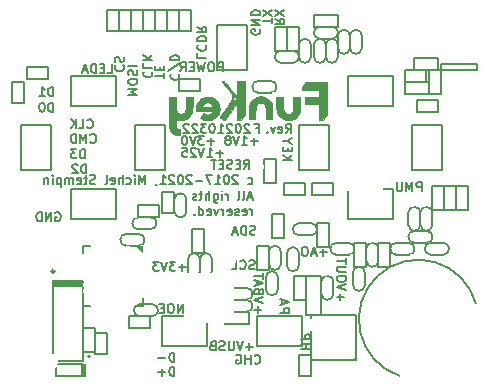
<source format=gbo>
G04 #@! TF.GenerationSoftware,KiCad,Pcbnew,5.1.5+dfsg1-2build2*
G04 #@! TF.CreationDate,2021-07-27T21:48:52+02:00*
G04 #@! TF.ProjectId,FunKey,46756e4b-6579-42e6-9b69-6361645f7063,F*
G04 #@! TF.SameCoordinates,Original*
G04 #@! TF.FileFunction,Legend,Bot*
G04 #@! TF.FilePolarity,Positive*
%FSLAX46Y46*%
G04 Gerber Fmt 4.6, Leading zero omitted, Abs format (unit mm)*
G04 Created by KiCad (PCBNEW 5.1.5+dfsg1-2build2) date 2021-07-27 21:48:52*
%MOMM*%
%LPD*%
G04 APERTURE LIST*
%ADD10C,0.162560*%
%ADD11C,0.127000*%
%ADD12C,0.254000*%
%ADD13C,0.152400*%
%ADD14C,0.010000*%
%ADD15C,0.154432*%
%ADD16C,1.100000*%
%ADD17C,1.117600*%
%ADD18R,1.101600X1.501600*%
%ADD19R,0.801600X1.101600*%
%ADD20R,1.301600X1.501600*%
%ADD21R,0.341600X1.001600*%
%ADD22R,2.201600X2.201600*%
%ADD23R,1.001600X0.341600*%
%ADD24R,0.651600X0.651600*%
%ADD25C,1.101600*%
%ADD26C,0.711200*%
%ADD27O,2.401600X1.501600*%
%ADD28C,1.066800*%
%ADD29R,1.066800X1.066800*%
%ADD30R,0.801600X0.601600*%
%ADD31R,0.863600X1.117600*%
%ADD32R,0.651600X0.701600*%
%ADD33R,0.701600X0.651600*%
%ADD34R,0.609600X0.609600*%
G04 APERTURE END LIST*
D10*
X98566562Y-59514860D02*
X98640101Y-59551630D01*
X98787179Y-59551630D01*
X98860718Y-59514860D01*
X98897488Y-59478091D01*
X98934257Y-59404552D01*
X98934257Y-59183935D01*
X98897488Y-59110396D01*
X98860718Y-59073626D01*
X98787179Y-59036857D01*
X98640101Y-59036857D01*
X98566562Y-59073626D01*
X97684094Y-58853009D02*
X97647324Y-58816240D01*
X97573785Y-58779470D01*
X97389937Y-58779470D01*
X97316398Y-58816240D01*
X97279629Y-58853009D01*
X97242859Y-58926548D01*
X97242859Y-59000087D01*
X97279629Y-59110396D01*
X97720863Y-59551630D01*
X97242859Y-59551630D01*
X96764856Y-58779470D02*
X96691316Y-58779470D01*
X96617777Y-58816240D01*
X96581008Y-58853009D01*
X96544238Y-58926548D01*
X96507469Y-59073626D01*
X96507469Y-59257474D01*
X96544238Y-59404552D01*
X96581008Y-59478091D01*
X96617777Y-59514860D01*
X96691316Y-59551630D01*
X96764856Y-59551630D01*
X96838395Y-59514860D01*
X96875164Y-59478091D01*
X96911934Y-59404552D01*
X96948703Y-59257474D01*
X96948703Y-59073626D01*
X96911934Y-58926548D01*
X96875164Y-58853009D01*
X96838395Y-58816240D01*
X96764856Y-58779470D01*
X95772078Y-59551630D02*
X96213313Y-59551630D01*
X95992696Y-59551630D02*
X95992696Y-58779470D01*
X96066235Y-58889779D01*
X96139774Y-58963318D01*
X96213313Y-59000087D01*
X95514692Y-58779470D02*
X94999918Y-58779470D01*
X95330844Y-59551630D01*
X94705762Y-59257474D02*
X94117450Y-59257474D01*
X93786524Y-58853009D02*
X93749755Y-58816240D01*
X93676216Y-58779470D01*
X93492368Y-58779470D01*
X93418829Y-58816240D01*
X93382059Y-58853009D01*
X93345290Y-58926548D01*
X93345290Y-59000087D01*
X93382059Y-59110396D01*
X93823294Y-59551630D01*
X93345290Y-59551630D01*
X92867286Y-58779470D02*
X92793747Y-58779470D01*
X92720208Y-58816240D01*
X92683438Y-58853009D01*
X92646669Y-58926548D01*
X92609899Y-59073626D01*
X92609899Y-59257474D01*
X92646669Y-59404552D01*
X92683438Y-59478091D01*
X92720208Y-59514860D01*
X92793747Y-59551630D01*
X92867286Y-59551630D01*
X92940825Y-59514860D01*
X92977595Y-59478091D01*
X93014364Y-59404552D01*
X93051134Y-59257474D01*
X93051134Y-59073626D01*
X93014364Y-58926548D01*
X92977595Y-58853009D01*
X92940825Y-58816240D01*
X92867286Y-58779470D01*
X92315743Y-58853009D02*
X92278974Y-58816240D01*
X92205435Y-58779470D01*
X92021587Y-58779470D01*
X91948048Y-58816240D01*
X91911278Y-58853009D01*
X91874509Y-58926548D01*
X91874509Y-59000087D01*
X91911278Y-59110396D01*
X92352513Y-59551630D01*
X91874509Y-59551630D01*
X91139118Y-59551630D02*
X91580353Y-59551630D01*
X91359736Y-59551630D02*
X91359736Y-58779470D01*
X91433275Y-58889779D01*
X91506814Y-58963318D01*
X91580353Y-59000087D01*
X90771423Y-59514860D02*
X90771423Y-59551630D01*
X90808193Y-59625169D01*
X90844962Y-59661939D01*
X89852185Y-59551630D02*
X89852185Y-58779470D01*
X89594798Y-59331013D01*
X89337412Y-58779470D01*
X89337412Y-59551630D01*
X88969716Y-59551630D02*
X88969716Y-59036857D01*
X88969716Y-58779470D02*
X89006486Y-58816240D01*
X88969716Y-58853009D01*
X88932947Y-58816240D01*
X88969716Y-58779470D01*
X88969716Y-58853009D01*
X88271096Y-59514860D02*
X88344635Y-59551630D01*
X88491713Y-59551630D01*
X88565252Y-59514860D01*
X88602021Y-59478091D01*
X88638791Y-59404552D01*
X88638791Y-59183935D01*
X88602021Y-59110396D01*
X88565252Y-59073626D01*
X88491713Y-59036857D01*
X88344635Y-59036857D01*
X88271096Y-59073626D01*
X87940170Y-59551630D02*
X87940170Y-58779470D01*
X87609244Y-59551630D02*
X87609244Y-59147165D01*
X87646014Y-59073626D01*
X87719553Y-59036857D01*
X87829861Y-59036857D01*
X87903400Y-59073626D01*
X87940170Y-59110396D01*
X86947393Y-59514860D02*
X87020932Y-59551630D01*
X87168010Y-59551630D01*
X87241549Y-59514860D01*
X87278318Y-59441321D01*
X87278318Y-59147165D01*
X87241549Y-59073626D01*
X87168010Y-59036857D01*
X87020932Y-59036857D01*
X86947393Y-59073626D01*
X86910623Y-59147165D01*
X86910623Y-59220704D01*
X87278318Y-59294243D01*
X86469389Y-59551630D02*
X86542928Y-59514860D01*
X86579697Y-59441321D01*
X86579697Y-58779470D01*
X85623690Y-59514860D02*
X85513381Y-59551630D01*
X85329534Y-59551630D01*
X85255995Y-59514860D01*
X85219225Y-59478091D01*
X85182456Y-59404552D01*
X85182456Y-59331013D01*
X85219225Y-59257474D01*
X85255995Y-59220704D01*
X85329534Y-59183935D01*
X85476612Y-59147165D01*
X85550151Y-59110396D01*
X85586920Y-59073626D01*
X85623690Y-59000087D01*
X85623690Y-58926548D01*
X85586920Y-58853009D01*
X85550151Y-58816240D01*
X85476612Y-58779470D01*
X85292764Y-58779470D01*
X85182456Y-58816240D01*
X84961838Y-59036857D02*
X84667682Y-59036857D01*
X84851530Y-58779470D02*
X84851530Y-59441321D01*
X84814760Y-59514860D01*
X84741221Y-59551630D01*
X84667682Y-59551630D01*
X84116139Y-59514860D02*
X84189678Y-59551630D01*
X84336756Y-59551630D01*
X84410296Y-59514860D01*
X84447065Y-59441321D01*
X84447065Y-59147165D01*
X84410296Y-59073626D01*
X84336756Y-59036857D01*
X84189678Y-59036857D01*
X84116139Y-59073626D01*
X84079370Y-59147165D01*
X84079370Y-59220704D01*
X84447065Y-59294243D01*
X83748444Y-59551630D02*
X83748444Y-59036857D01*
X83748444Y-59110396D02*
X83711675Y-59073626D01*
X83638136Y-59036857D01*
X83527827Y-59036857D01*
X83454288Y-59073626D01*
X83417518Y-59147165D01*
X83417518Y-59551630D01*
X83417518Y-59147165D02*
X83380749Y-59073626D01*
X83307210Y-59036857D01*
X83196901Y-59036857D01*
X83123362Y-59073626D01*
X83086593Y-59147165D01*
X83086593Y-59551630D01*
X82718897Y-59036857D02*
X82718897Y-59809017D01*
X82718897Y-59073626D02*
X82645358Y-59036857D01*
X82498280Y-59036857D01*
X82424741Y-59073626D01*
X82387972Y-59110396D01*
X82351202Y-59183935D01*
X82351202Y-59404552D01*
X82387972Y-59478091D01*
X82424741Y-59514860D01*
X82498280Y-59551630D01*
X82645358Y-59551630D01*
X82718897Y-59514860D01*
X82020276Y-59551630D02*
X82020276Y-59036857D01*
X82020276Y-58779470D02*
X82057046Y-58816240D01*
X82020276Y-58853009D01*
X81983507Y-58816240D01*
X82020276Y-58779470D01*
X82020276Y-58853009D01*
X81652581Y-59036857D02*
X81652581Y-59551630D01*
X81652581Y-59110396D02*
X81615812Y-59073626D01*
X81542273Y-59036857D01*
X81431964Y-59036857D01*
X81358425Y-59073626D01*
X81321656Y-59147165D01*
X81321656Y-59551630D01*
X98934257Y-60651813D02*
X98566562Y-60651813D01*
X99007796Y-60872430D02*
X98750410Y-60100270D01*
X98493023Y-60872430D01*
X98125328Y-60872430D02*
X98198867Y-60835660D01*
X98235636Y-60762121D01*
X98235636Y-60100270D01*
X97720863Y-60872430D02*
X97794402Y-60835660D01*
X97831172Y-60762121D01*
X97831172Y-60100270D01*
X96838395Y-60872430D02*
X96838395Y-60357657D01*
X96838395Y-60504735D02*
X96801625Y-60431196D01*
X96764856Y-60394426D01*
X96691316Y-60357657D01*
X96617777Y-60357657D01*
X96360391Y-60872430D02*
X96360391Y-60357657D01*
X96360391Y-60100270D02*
X96397160Y-60137040D01*
X96360391Y-60173809D01*
X96323621Y-60137040D01*
X96360391Y-60100270D01*
X96360391Y-60173809D01*
X95661770Y-60357657D02*
X95661770Y-60982739D01*
X95698539Y-61056278D01*
X95735309Y-61093047D01*
X95808848Y-61129817D01*
X95919156Y-61129817D01*
X95992696Y-61093047D01*
X95661770Y-60835660D02*
X95735309Y-60872430D01*
X95882387Y-60872430D01*
X95955926Y-60835660D01*
X95992696Y-60798891D01*
X96029465Y-60725352D01*
X96029465Y-60504735D01*
X95992696Y-60431196D01*
X95955926Y-60394426D01*
X95882387Y-60357657D01*
X95735309Y-60357657D01*
X95661770Y-60394426D01*
X95294075Y-60872430D02*
X95294075Y-60100270D01*
X94963149Y-60872430D02*
X94963149Y-60467965D01*
X94999918Y-60394426D01*
X95073457Y-60357657D01*
X95183766Y-60357657D01*
X95257305Y-60394426D01*
X95294075Y-60431196D01*
X94705762Y-60357657D02*
X94411606Y-60357657D01*
X94595454Y-60100270D02*
X94595454Y-60762121D01*
X94558684Y-60835660D01*
X94485145Y-60872430D01*
X94411606Y-60872430D01*
X94190989Y-60835660D02*
X94117450Y-60872430D01*
X93970372Y-60872430D01*
X93896833Y-60835660D01*
X93860063Y-60762121D01*
X93860063Y-60725352D01*
X93896833Y-60651813D01*
X93970372Y-60615043D01*
X94080680Y-60615043D01*
X94154219Y-60578274D01*
X94190989Y-60504735D01*
X94190989Y-60467965D01*
X94154219Y-60394426D01*
X94080680Y-60357657D01*
X93970372Y-60357657D01*
X93896833Y-60394426D01*
X98897488Y-62193230D02*
X98897488Y-61678457D01*
X98897488Y-61825535D02*
X98860718Y-61751996D01*
X98823949Y-61715226D01*
X98750410Y-61678457D01*
X98676871Y-61678457D01*
X98125328Y-62156460D02*
X98198867Y-62193230D01*
X98345945Y-62193230D01*
X98419484Y-62156460D01*
X98456254Y-62082921D01*
X98456254Y-61788765D01*
X98419484Y-61715226D01*
X98345945Y-61678457D01*
X98198867Y-61678457D01*
X98125328Y-61715226D01*
X98088558Y-61788765D01*
X98088558Y-61862304D01*
X98456254Y-61935843D01*
X97794402Y-62156460D02*
X97720863Y-62193230D01*
X97573785Y-62193230D01*
X97500246Y-62156460D01*
X97463476Y-62082921D01*
X97463476Y-62046152D01*
X97500246Y-61972613D01*
X97573785Y-61935843D01*
X97684094Y-61935843D01*
X97757633Y-61899074D01*
X97794402Y-61825535D01*
X97794402Y-61788765D01*
X97757633Y-61715226D01*
X97684094Y-61678457D01*
X97573785Y-61678457D01*
X97500246Y-61715226D01*
X96838395Y-62156460D02*
X96911934Y-62193230D01*
X97059012Y-62193230D01*
X97132551Y-62156460D01*
X97169320Y-62082921D01*
X97169320Y-61788765D01*
X97132551Y-61715226D01*
X97059012Y-61678457D01*
X96911934Y-61678457D01*
X96838395Y-61715226D01*
X96801625Y-61788765D01*
X96801625Y-61862304D01*
X97169320Y-61935843D01*
X96470699Y-62193230D02*
X96470699Y-61678457D01*
X96470699Y-61825535D02*
X96433930Y-61751996D01*
X96397160Y-61715226D01*
X96323621Y-61678457D01*
X96250082Y-61678457D01*
X96066235Y-61678457D02*
X95882387Y-62193230D01*
X95698539Y-61678457D01*
X95110227Y-62156460D02*
X95183766Y-62193230D01*
X95330844Y-62193230D01*
X95404383Y-62156460D01*
X95441153Y-62082921D01*
X95441153Y-61788765D01*
X95404383Y-61715226D01*
X95330844Y-61678457D01*
X95183766Y-61678457D01*
X95110227Y-61715226D01*
X95073457Y-61788765D01*
X95073457Y-61862304D01*
X95441153Y-61935843D01*
X94411606Y-62193230D02*
X94411606Y-61421070D01*
X94411606Y-62156460D02*
X94485145Y-62193230D01*
X94632223Y-62193230D01*
X94705762Y-62156460D01*
X94742532Y-62119691D01*
X94779301Y-62046152D01*
X94779301Y-61825535D01*
X94742532Y-61751996D01*
X94705762Y-61715226D01*
X94632223Y-61678457D01*
X94485145Y-61678457D01*
X94411606Y-61715226D01*
X94043911Y-62119691D02*
X94007141Y-62156460D01*
X94043911Y-62193230D01*
X94080680Y-62156460D01*
X94043911Y-62119691D01*
X94043911Y-62193230D01*
X101758254Y-55213310D02*
X102015640Y-54845615D01*
X102199488Y-55213310D02*
X102199488Y-54441150D01*
X101905332Y-54441150D01*
X101831793Y-54477920D01*
X101795023Y-54514689D01*
X101758254Y-54588228D01*
X101758254Y-54698537D01*
X101795023Y-54772076D01*
X101831793Y-54808845D01*
X101905332Y-54845615D01*
X102199488Y-54845615D01*
X101133172Y-55176540D02*
X101206711Y-55213310D01*
X101353789Y-55213310D01*
X101427328Y-55176540D01*
X101464097Y-55103001D01*
X101464097Y-54808845D01*
X101427328Y-54735306D01*
X101353789Y-54698537D01*
X101206711Y-54698537D01*
X101133172Y-54735306D01*
X101096402Y-54808845D01*
X101096402Y-54882384D01*
X101464097Y-54955923D01*
X100839016Y-54698537D02*
X100655168Y-55213310D01*
X100471320Y-54698537D01*
X100177164Y-55139771D02*
X100140395Y-55176540D01*
X100177164Y-55213310D01*
X100213934Y-55176540D01*
X100177164Y-55139771D01*
X100177164Y-55213310D01*
X98680257Y-54514689D02*
X98643488Y-54477920D01*
X98569949Y-54441150D01*
X98386101Y-54441150D01*
X98312562Y-54477920D01*
X98275793Y-54514689D01*
X98239023Y-54588228D01*
X98239023Y-54661767D01*
X98275793Y-54772076D01*
X98717027Y-55213310D01*
X98239023Y-55213310D01*
X97761019Y-54441150D02*
X97687480Y-54441150D01*
X97613941Y-54477920D01*
X97577172Y-54514689D01*
X97540402Y-54588228D01*
X97503633Y-54735306D01*
X97503633Y-54919154D01*
X97540402Y-55066232D01*
X97577172Y-55139771D01*
X97613941Y-55176540D01*
X97687480Y-55213310D01*
X97761019Y-55213310D01*
X97834558Y-55176540D01*
X97871328Y-55139771D01*
X97908097Y-55066232D01*
X97944867Y-54919154D01*
X97944867Y-54735306D01*
X97908097Y-54588228D01*
X97871328Y-54514689D01*
X97834558Y-54477920D01*
X97761019Y-54441150D01*
X97209476Y-54514689D02*
X97172707Y-54477920D01*
X97099168Y-54441150D01*
X96915320Y-54441150D01*
X96841781Y-54477920D01*
X96805012Y-54514689D01*
X96768242Y-54588228D01*
X96768242Y-54661767D01*
X96805012Y-54772076D01*
X97246246Y-55213310D01*
X96768242Y-55213310D01*
X96032852Y-55213310D02*
X96474086Y-55213310D01*
X96253469Y-55213310D02*
X96253469Y-54441150D01*
X96327008Y-54551459D01*
X96400547Y-54624998D01*
X96474086Y-54661767D01*
X95554848Y-54441150D02*
X95481309Y-54441150D01*
X95407770Y-54477920D01*
X95371000Y-54514689D01*
X95334231Y-54588228D01*
X95297461Y-54735306D01*
X95297461Y-54919154D01*
X95334231Y-55066232D01*
X95371000Y-55139771D01*
X95407770Y-55176540D01*
X95481309Y-55213310D01*
X95554848Y-55213310D01*
X95628387Y-55176540D01*
X95665156Y-55139771D01*
X95701926Y-55066232D01*
X95738696Y-54919154D01*
X95738696Y-54735306D01*
X95701926Y-54588228D01*
X95665156Y-54514689D01*
X95628387Y-54477920D01*
X95554848Y-54441150D01*
X95040075Y-54441150D02*
X94562071Y-54441150D01*
X94819457Y-54735306D01*
X94709149Y-54735306D01*
X94635610Y-54772076D01*
X94598840Y-54808845D01*
X94562071Y-54882384D01*
X94562071Y-55066232D01*
X94598840Y-55139771D01*
X94635610Y-55176540D01*
X94709149Y-55213310D01*
X94929766Y-55213310D01*
X95003305Y-55176540D01*
X95040075Y-55139771D01*
X94267915Y-54514689D02*
X94231145Y-54477920D01*
X94157606Y-54441150D01*
X93973758Y-54441150D01*
X93900219Y-54477920D01*
X93863450Y-54514689D01*
X93826680Y-54588228D01*
X93826680Y-54661767D01*
X93863450Y-54772076D01*
X94304684Y-55213310D01*
X93826680Y-55213310D01*
X93532524Y-54514689D02*
X93495755Y-54477920D01*
X93422216Y-54441150D01*
X93238368Y-54441150D01*
X93164829Y-54477920D01*
X93128059Y-54514689D01*
X93091290Y-54588228D01*
X93091290Y-54661767D01*
X93128059Y-54772076D01*
X93569294Y-55213310D01*
X93091290Y-55213310D01*
X99215101Y-54808845D02*
X99472488Y-54808845D01*
X99472488Y-55213310D02*
X99472488Y-54441150D01*
X99104793Y-54441150D01*
X100864609Y-45565132D02*
X101232304Y-45822519D01*
X100864609Y-46006366D02*
X101636769Y-46006366D01*
X101636769Y-45712210D01*
X101600000Y-45638671D01*
X101563230Y-45601902D01*
X101489691Y-45565132D01*
X101379382Y-45565132D01*
X101305843Y-45601902D01*
X101269074Y-45638671D01*
X101232304Y-45712210D01*
X101232304Y-46006366D01*
X101636769Y-45307745D02*
X100864609Y-44792972D01*
X101636769Y-44792972D02*
X100864609Y-45307745D01*
X100620769Y-45932827D02*
X100620769Y-45491593D01*
X99848609Y-45712210D02*
X100620769Y-45712210D01*
X100620769Y-45307745D02*
X99848609Y-44792972D01*
X100620769Y-44792972D02*
X99848609Y-45307745D01*
X99568000Y-46447601D02*
X99604769Y-46521140D01*
X99604769Y-46631448D01*
X99568000Y-46741757D01*
X99494460Y-46815296D01*
X99420921Y-46852065D01*
X99273843Y-46888835D01*
X99163535Y-46888835D01*
X99016457Y-46852065D01*
X98942918Y-46815296D01*
X98869379Y-46741757D01*
X98832609Y-46631448D01*
X98832609Y-46557909D01*
X98869379Y-46447601D01*
X98906148Y-46410831D01*
X99163535Y-46410831D01*
X99163535Y-46557909D01*
X98832609Y-46079905D02*
X99604769Y-46079905D01*
X98832609Y-45638671D01*
X99604769Y-45638671D01*
X98832609Y-45270976D02*
X99604769Y-45270976D01*
X99604769Y-45087128D01*
X99568000Y-44976820D01*
X99494460Y-44903281D01*
X99420921Y-44866511D01*
X99273843Y-44829742D01*
X99163535Y-44829742D01*
X99016457Y-44866511D01*
X98942918Y-44903281D01*
X98869379Y-44976820D01*
X98832609Y-45087128D01*
X98832609Y-45270976D01*
D11*
X114935000Y-49377600D02*
X114935000Y-49885600D01*
X117983000Y-49377600D02*
X114935000Y-49377600D01*
X117983000Y-49885600D02*
X117983000Y-49377600D01*
X114935000Y-49885600D02*
X117983000Y-49885600D01*
X111375998Y-75776000D02*
G75*
G02X117853000Y-69680000I1607261J4781193D01*
G01*
G36*
X107696000Y-74422000D02*
G01*
X107378500Y-74422000D01*
X107696000Y-74104500D01*
X107696000Y-74422000D01*
G37*
X103886000Y-74422000D02*
X107696000Y-74422000D01*
X103886000Y-70612000D02*
X103886000Y-74422000D01*
X107696000Y-70612000D02*
X103886000Y-70612000D01*
X107696000Y-74422000D02*
X107696000Y-70612000D01*
D12*
X82169000Y-66929000D02*
G75*
G03X82169000Y-66929000I-127000J0D01*
G01*
D11*
G36*
X81978500Y-68199000D02*
G01*
X81978500Y-67691000D01*
X84645500Y-67691000D01*
X84645500Y-68199000D01*
X81978500Y-68199000D01*
G37*
X82042000Y-74549000D02*
X84582000Y-74549000D01*
X82042000Y-68199000D02*
X82042000Y-74549000D01*
X84582000Y-68199000D02*
X82042000Y-68199000D01*
X84582000Y-74549000D02*
X84582000Y-68199000D01*
G36*
X89662000Y-64770000D02*
G01*
X89662000Y-65405000D01*
X89027000Y-64770000D01*
X89662000Y-64770000D01*
G37*
X84582000Y-69850000D02*
X84582000Y-69215000D01*
X85217000Y-69850000D02*
X84582000Y-69850000D01*
X89662000Y-69850000D02*
X89027000Y-69850000D01*
X89662000Y-69215000D02*
X89662000Y-69850000D01*
X84582000Y-64770000D02*
X84582000Y-65405000D01*
X85217000Y-64770000D02*
X84582000Y-64770000D01*
X95930000Y-49855000D02*
X98470000Y-49855000D01*
X95930000Y-46045000D02*
X95930000Y-49855000D01*
X98470000Y-46045000D02*
X95930000Y-46045000D01*
X98470000Y-49855000D02*
X98470000Y-46045000D01*
X87355000Y-52920000D02*
X87355000Y-50380000D01*
X83545000Y-52920000D02*
X87355000Y-52920000D01*
X83545000Y-50380000D02*
X83545000Y-52920000D01*
X87355000Y-50380000D02*
X83545000Y-50380000D01*
X91520000Y-54545000D02*
X88980000Y-54545000D01*
X91520000Y-58355000D02*
X91520000Y-54545000D01*
X88980000Y-58355000D02*
X91520000Y-58355000D01*
X88980000Y-54545000D02*
X88980000Y-58355000D01*
X83545000Y-59980000D02*
X83545000Y-62520000D01*
X87355000Y-59980000D02*
X83545000Y-59980000D01*
X87355000Y-62520000D02*
X87355000Y-59980000D01*
X83545000Y-62520000D02*
X87355000Y-62520000D01*
X79380000Y-58355000D02*
X81920000Y-58355000D01*
X79380000Y-54545000D02*
X79380000Y-58355000D01*
X81920000Y-54545000D02*
X79380000Y-54545000D01*
X81920000Y-58355000D02*
X81920000Y-54545000D01*
X107045000Y-50370000D02*
X107045000Y-52910000D01*
X110855000Y-50370000D02*
X107045000Y-50370000D01*
X110855000Y-52910000D02*
X110855000Y-50370000D01*
X107045000Y-52910000D02*
X110855000Y-52910000D01*
X112480000Y-58355000D02*
X115020000Y-58355000D01*
X112480000Y-54545000D02*
X112480000Y-58355000D01*
X115020000Y-54545000D02*
X112480000Y-54545000D01*
X115020000Y-58355000D02*
X115020000Y-54545000D01*
X110855000Y-62530000D02*
X110855000Y-59990000D01*
X107045000Y-62530000D02*
X110855000Y-62530000D01*
X107045000Y-59990000D02*
X107045000Y-62530000D01*
X110855000Y-59990000D02*
X107045000Y-59990000D01*
X105420000Y-54545000D02*
X102880000Y-54545000D01*
X105420000Y-58355000D02*
X105420000Y-54545000D01*
X102880000Y-58355000D02*
X105420000Y-58355000D01*
X102880000Y-54545000D02*
X102880000Y-58355000D01*
X95105000Y-73220000D02*
X95105000Y-70680000D01*
X91295000Y-73220000D02*
X95105000Y-73220000D01*
X91295000Y-70680000D02*
X91295000Y-73220000D01*
X95105000Y-70680000D02*
X91295000Y-70680000D01*
X99295000Y-70680000D02*
X99295000Y-73220000D01*
X103105000Y-70680000D02*
X99295000Y-70680000D01*
X103105000Y-73220000D02*
X103105000Y-70680000D01*
X99295000Y-73220000D02*
X103105000Y-73220000D01*
D13*
X85166200Y-74168000D02*
G75*
G03X85166200Y-74168000I-76200J0D01*
G01*
D11*
G36*
X84836000Y-75882500D02*
G01*
X84455000Y-75882500D01*
X84455000Y-74739500D01*
X84836000Y-74739500D01*
X84836000Y-75882500D01*
G37*
X84582000Y-74803000D02*
X84582000Y-75819000D01*
X82296000Y-74803000D02*
X84582000Y-74803000D01*
X82296000Y-75819000D02*
X82296000Y-74803000D01*
X84582000Y-75819000D02*
X82296000Y-75819000D01*
X103505000Y-67310000D02*
X104775000Y-67310000D01*
X103505000Y-70612000D02*
X103505000Y-67310000D01*
X104775000Y-70612000D02*
X103505000Y-70612000D01*
X104775000Y-67310000D02*
X104775000Y-70612000D01*
X92710000Y-51689000D02*
X92710000Y-50673000D01*
X94488000Y-51689000D02*
X92710000Y-51689000D01*
X94488000Y-50673000D02*
X94488000Y-51689000D01*
X92710000Y-50673000D02*
X94488000Y-50673000D01*
X85598000Y-72136000D02*
X86614000Y-72136000D01*
X85598000Y-73914000D02*
X85598000Y-72136000D01*
X86614000Y-73914000D02*
X85598000Y-73914000D01*
X86614000Y-72136000D02*
X86614000Y-73914000D01*
X89662000Y-44831000D02*
X90678000Y-44831000D01*
X89662000Y-46609000D02*
X89662000Y-44831000D01*
X90678000Y-46609000D02*
X89662000Y-46609000D01*
X90678000Y-44831000D02*
X90678000Y-46609000D01*
X91694000Y-44831000D02*
X92710000Y-44831000D01*
X91694000Y-46609000D02*
X91694000Y-44831000D01*
X92710000Y-46609000D02*
X91694000Y-46609000D01*
X92710000Y-44831000D02*
X92710000Y-46609000D01*
X86614000Y-44831000D02*
X87630000Y-44831000D01*
X86614000Y-46609000D02*
X86614000Y-44831000D01*
X87630000Y-46609000D02*
X86614000Y-46609000D01*
X87630000Y-44831000D02*
X87630000Y-46609000D01*
X92710000Y-44831000D02*
X93726000Y-44831000D01*
X92710000Y-46609000D02*
X92710000Y-44831000D01*
X93726000Y-46609000D02*
X92710000Y-46609000D01*
X93726000Y-44831000D02*
X93726000Y-46609000D01*
X88646000Y-44831000D02*
X89662000Y-44831000D01*
X88646000Y-46609000D02*
X88646000Y-44831000D01*
X89662000Y-46609000D02*
X88646000Y-46609000D01*
X89662000Y-44831000D02*
X89662000Y-46609000D01*
X87630000Y-44831000D02*
X88646000Y-44831000D01*
X87630000Y-46609000D02*
X87630000Y-44831000D01*
X88646000Y-46609000D02*
X87630000Y-46609000D01*
X88646000Y-44831000D02*
X88646000Y-46609000D01*
X103886000Y-75819000D02*
X102870000Y-75819000D01*
X103886000Y-74041000D02*
X103886000Y-75819000D01*
X102870000Y-74041000D02*
X103886000Y-74041000D01*
X102870000Y-75819000D02*
X102870000Y-74041000D01*
X90297000Y-70739000D02*
X90297000Y-71755000D01*
X88519000Y-70739000D02*
X90297000Y-70739000D01*
X88519000Y-71755000D02*
X88519000Y-70739000D01*
X90297000Y-71755000D02*
X88519000Y-71755000D01*
X78613000Y-50927000D02*
X79629000Y-50927000D01*
X78613000Y-52705000D02*
X78613000Y-50927000D01*
X79629000Y-52705000D02*
X78613000Y-52705000D01*
X79629000Y-50927000D02*
X79629000Y-52705000D01*
X91059000Y-61341000D02*
X91059000Y-62357000D01*
X89281000Y-61341000D02*
X91059000Y-61341000D01*
X89281000Y-62357000D02*
X89281000Y-61341000D01*
X91059000Y-62357000D02*
X89281000Y-62357000D01*
X92329000Y-61976000D02*
X91313000Y-61976000D01*
X92329000Y-60198000D02*
X92329000Y-61976000D01*
X91313000Y-60198000D02*
X92329000Y-60198000D01*
X91313000Y-61976000D02*
X91313000Y-60198000D01*
X79883000Y-50673000D02*
X79883000Y-49657000D01*
X81661000Y-50673000D02*
X79883000Y-50673000D01*
X81661000Y-49657000D02*
X81661000Y-50673000D01*
X79883000Y-49657000D02*
X81661000Y-49657000D01*
X103378000Y-59436000D02*
X103378000Y-60452000D01*
X101600000Y-59436000D02*
X103378000Y-59436000D01*
X101600000Y-60452000D02*
X101600000Y-59436000D01*
X103378000Y-60452000D02*
X101600000Y-60452000D01*
X105791000Y-59436000D02*
X105791000Y-60452000D01*
X104013000Y-59436000D02*
X105791000Y-59436000D01*
X104013000Y-60452000D02*
X104013000Y-59436000D01*
X105791000Y-60452000D02*
X104013000Y-60452000D01*
X114681000Y-52451000D02*
X114681000Y-53467000D01*
X112903000Y-52451000D02*
X114681000Y-52451000D01*
X112903000Y-53467000D02*
X112903000Y-52451000D01*
X114681000Y-53467000D02*
X112903000Y-53467000D01*
X113665000Y-49911000D02*
X113665000Y-50927000D01*
X111887000Y-49911000D02*
X113665000Y-49911000D01*
X111887000Y-50927000D02*
X111887000Y-49911000D01*
X113665000Y-50927000D02*
X111887000Y-50927000D01*
X90678000Y-44831000D02*
X91694000Y-44831000D01*
X90678000Y-46609000D02*
X90678000Y-44831000D01*
X91694000Y-46609000D02*
X90678000Y-46609000D01*
X91694000Y-44831000D02*
X91694000Y-46609000D01*
X89400002Y-69723000D02*
G75*
G03X89400000Y-70739000I-1J-508000D01*
G01*
X90432000Y-70739000D02*
X89400000Y-70739000D01*
X90431998Y-70739000D02*
G75*
G03X90432000Y-69723000I1J508000D01*
G01*
X89400000Y-69723000D02*
X90432000Y-69723000D01*
X100076000Y-68460998D02*
G75*
G03X101092000Y-68461000I508000J-1D01*
G01*
X101092000Y-67429000D02*
X101092000Y-68461000D01*
X101092000Y-67429002D02*
G75*
G03X100076000Y-67429000I-508000J1D01*
G01*
X100076000Y-68461000D02*
X100076000Y-67429000D01*
X97401002Y-69342000D02*
G75*
G03X97401000Y-70358000I-1J-508000D01*
G01*
X98433000Y-70358000D02*
X97401000Y-70358000D01*
X98432998Y-70358000D02*
G75*
G03X98433000Y-69342000I1J508000D01*
G01*
X97401000Y-69342000D02*
X98433000Y-69342000D01*
X95504000Y-65905002D02*
G75*
G03X94488000Y-65905000I-508000J1D01*
G01*
X94488000Y-66937000D02*
X94488000Y-65905000D01*
X94488000Y-66936998D02*
G75*
G03X95504000Y-66937000I508000J-1D01*
G01*
X95504000Y-65905000D02*
X95504000Y-66937000D01*
X97401002Y-68326000D02*
G75*
G03X97401000Y-69342000I-1J-508000D01*
G01*
X98433000Y-69342000D02*
X97401000Y-69342000D01*
X98432998Y-69342000D02*
G75*
G03X98433000Y-68326000I1J508000D01*
G01*
X97401000Y-68326000D02*
X98433000Y-68326000D01*
X106172000Y-48013998D02*
G75*
G03X107188000Y-48014000I508000J-1D01*
G01*
X107188000Y-46982000D02*
X107188000Y-48014000D01*
X107188000Y-46982002D02*
G75*
G03X106172000Y-46982000I-508000J1D01*
G01*
X106172000Y-48014000D02*
X106172000Y-46982000D01*
X104640002Y-46228000D02*
G75*
G03X104640000Y-47244000I-1J-508000D01*
G01*
X105672000Y-47244000D02*
X104640000Y-47244000D01*
X105671998Y-47244000D02*
G75*
G03X105672000Y-46228000I1J508000D01*
G01*
X104640000Y-46228000D02*
X105672000Y-46228000D01*
X100464998Y-51816000D02*
G75*
G03X100465000Y-50800000I1J508000D01*
G01*
X99433000Y-50800000D02*
X100465000Y-50800000D01*
X99433002Y-50800000D02*
G75*
G03X99433000Y-51816000I-1J-508000D01*
G01*
X100465000Y-51816000D02*
X99433000Y-51816000D01*
X113157000Y-62999998D02*
G75*
G03X114173000Y-63000000I508000J-1D01*
G01*
X114173000Y-61968000D02*
X114173000Y-63000000D01*
X114173000Y-61968002D02*
G75*
G03X113157000Y-61968000I-508000J1D01*
G01*
X113157000Y-63000000D02*
X113157000Y-61968000D01*
X108458000Y-67048002D02*
G75*
G03X107442000Y-67048000I-508000J1D01*
G01*
X107442000Y-68080000D02*
X107442000Y-67048000D01*
X107442000Y-68079998D02*
G75*
G03X108458000Y-68080000I508000J-1D01*
G01*
X108458000Y-67048000D02*
X108458000Y-68080000D01*
X104140000Y-48775998D02*
G75*
G03X105156000Y-48776000I508000J-1D01*
G01*
X105156000Y-47744000D02*
X105156000Y-48776000D01*
X105156000Y-47744002D02*
G75*
G03X104140000Y-47744000I-508000J1D01*
G01*
X104140000Y-48776000D02*
X104140000Y-47744000D01*
X107188000Y-48013998D02*
G75*
G03X108204000Y-48014000I508000J-1D01*
G01*
X108204000Y-46982000D02*
X108204000Y-48014000D01*
X108204000Y-46982002D02*
G75*
G03X107188000Y-46982000I-508000J1D01*
G01*
X107188000Y-48014000D02*
X107188000Y-46982000D01*
X101854000Y-66428998D02*
G75*
G03X102870000Y-66429000I508000J-1D01*
G01*
X102870000Y-65397000D02*
X102870000Y-66429000D01*
X102870000Y-65397002D02*
G75*
G03X101854000Y-65397000I-508000J1D01*
G01*
X101854000Y-66429000D02*
X101854000Y-65397000D01*
X112141000Y-62999998D02*
G75*
G03X113157000Y-63000000I508000J-1D01*
G01*
X113157000Y-61968000D02*
X113157000Y-63000000D01*
X113157000Y-61968002D02*
G75*
G03X112141000Y-61968000I-508000J1D01*
G01*
X112141000Y-63000000D02*
X112141000Y-61968000D01*
X102870000Y-48775998D02*
G75*
G03X103886000Y-48776000I508000J-1D01*
G01*
X103886000Y-47744000D02*
X103886000Y-48776000D01*
X103886000Y-47744002D02*
G75*
G03X102870000Y-47744000I-508000J1D01*
G01*
X102870000Y-48776000D02*
X102870000Y-47744000D01*
X102369998Y-49276000D02*
G75*
G03X102370000Y-48260000I1J508000D01*
G01*
X101338000Y-48260000D02*
X102370000Y-48260000D01*
X101338002Y-48260000D02*
G75*
G03X101338000Y-49276000I-1J-508000D01*
G01*
X102370000Y-49276000D02*
X101338000Y-49276000D01*
X101346000Y-65270002D02*
G75*
G03X100330000Y-65270000I-508000J1D01*
G01*
X100330000Y-66302000D02*
X100330000Y-65270000D01*
X100330000Y-66301998D02*
G75*
G03X101346000Y-66302000I508000J-1D01*
G01*
X101346000Y-65270000D02*
X101346000Y-66302000D01*
X105156000Y-48775998D02*
G75*
G03X106172000Y-48776000I508000J-1D01*
G01*
X106172000Y-47744000D02*
X106172000Y-48776000D01*
X106172000Y-47744002D02*
G75*
G03X105156000Y-47744000I-508000J1D01*
G01*
X105156000Y-48776000D02*
X105156000Y-47744000D01*
X104775000Y-68841998D02*
G75*
G03X105791000Y-68842000I508000J-1D01*
G01*
X105791000Y-67810000D02*
X105791000Y-68842000D01*
X105791000Y-67810002D02*
G75*
G03X104775000Y-67810000I-508000J1D01*
G01*
X104775000Y-68842000D02*
X104775000Y-67810000D01*
X102862002Y-62865000D02*
G75*
G03X102862000Y-63881000I-1J-508000D01*
G01*
X103894000Y-63881000D02*
X102862000Y-63881000D01*
X103893998Y-63881000D02*
G75*
G03X103894000Y-62865000I1J508000D01*
G01*
X102862000Y-62865000D02*
X103894000Y-62865000D01*
X113672998Y-64516000D02*
G75*
G03X113673000Y-63500000I1J508000D01*
G01*
X112641000Y-63500000D02*
X113673000Y-63500000D01*
X112641002Y-63500000D02*
G75*
G03X112641000Y-64516000I-1J-508000D01*
G01*
X113673000Y-64516000D02*
X112641000Y-64516000D01*
X112148998Y-65532000D02*
G75*
G03X112149000Y-64516000I1J508000D01*
G01*
X111117000Y-64516000D02*
X112149000Y-64516000D01*
X111117002Y-64516000D02*
G75*
G03X111117000Y-65532000I-1J-508000D01*
G01*
X112149000Y-65532000D02*
X111117000Y-65532000D01*
X109601000Y-65016002D02*
G75*
G03X108585000Y-65016000I-508000J1D01*
G01*
X108585000Y-66048000D02*
X108585000Y-65016000D01*
X108585000Y-66047998D02*
G75*
G03X109601000Y-66048000I508000J-1D01*
G01*
X109601000Y-65016000D02*
X109601000Y-66048000D01*
X107068998Y-65532000D02*
G75*
G03X107069000Y-64516000I1J508000D01*
G01*
X106037000Y-64516000D02*
X107069000Y-64516000D01*
X106037002Y-64516000D02*
G75*
G03X106037000Y-65532000I-1J-508000D01*
G01*
X107069000Y-65532000D02*
X106037000Y-65532000D01*
X114038002Y-64516000D02*
G75*
G03X114038000Y-65532000I-1J-508000D01*
G01*
X115070000Y-65532000D02*
X114038000Y-65532000D01*
X115069998Y-65532000D02*
G75*
G03X115070000Y-64516000I1J508000D01*
G01*
X114038000Y-64516000D02*
X115070000Y-64516000D01*
X93345000Y-60825002D02*
G75*
G03X92329000Y-60825000I-508000J1D01*
G01*
X92329000Y-61857000D02*
X92329000Y-60825000D01*
X92329000Y-61856998D02*
G75*
G03X93345000Y-61857000I508000J-1D01*
G01*
X93345000Y-60825000D02*
X93345000Y-61857000D01*
X88257002Y-63754000D02*
G75*
G03X88257000Y-64770000I-1J-508000D01*
G01*
X89289000Y-64770000D02*
X88257000Y-64770000D01*
X89288998Y-64770000D02*
G75*
G03X89289000Y-63754000I1J508000D01*
G01*
X88257000Y-63754000D02*
X89289000Y-63754000D01*
X89273002Y-62357000D02*
G75*
G03X89273000Y-63373000I-1J-508000D01*
G01*
X90305000Y-63373000D02*
X89273000Y-63373000D01*
X90304998Y-63373000D02*
G75*
G03X90305000Y-62357000I1J508000D01*
G01*
X89273000Y-62357000D02*
X90305000Y-62357000D01*
X93472000Y-66936998D02*
G75*
G03X94488000Y-66937000I508000J-1D01*
G01*
X94488000Y-65905000D02*
X94488000Y-66937000D01*
X94488000Y-65905002D02*
G75*
G03X93472000Y-65905000I-508000J1D01*
G01*
X93472000Y-66937000D02*
X93472000Y-65905000D01*
X96647000Y-71374000D02*
X96647000Y-70358000D01*
X98679000Y-71374000D02*
X96647000Y-71374000D01*
X98679000Y-70358000D02*
X98679000Y-71374000D01*
X96647000Y-70358000D02*
X98679000Y-70358000D01*
X100584000Y-62103000D02*
X101600000Y-62103000D01*
X100584000Y-64135000D02*
X100584000Y-62103000D01*
X101600000Y-64135000D02*
X100584000Y-64135000D01*
X101600000Y-62103000D02*
X101600000Y-64135000D01*
X94869000Y-65405000D02*
X93853000Y-65405000D01*
X94869000Y-63373000D02*
X94869000Y-65405000D01*
X93853000Y-63373000D02*
X94869000Y-63373000D01*
X93853000Y-65405000D02*
X93853000Y-63373000D01*
X100330000Y-66802000D02*
X99314000Y-66802000D01*
X100330000Y-64770000D02*
X100330000Y-66802000D01*
X99314000Y-64770000D02*
X100330000Y-64770000D01*
X99314000Y-66802000D02*
X99314000Y-64770000D01*
X116205000Y-61722000D02*
X115189000Y-61722000D01*
X116205000Y-59690000D02*
X116205000Y-61722000D01*
X115189000Y-59690000D02*
X116205000Y-59690000D01*
X115189000Y-61722000D02*
X115189000Y-59690000D01*
X115189000Y-61722000D02*
X114173000Y-61722000D01*
X115189000Y-59690000D02*
X115189000Y-61722000D01*
X114173000Y-59690000D02*
X115189000Y-59690000D01*
X114173000Y-61722000D02*
X114173000Y-59690000D01*
X99949000Y-57404000D02*
X100965000Y-57404000D01*
X99949000Y-59436000D02*
X99949000Y-57404000D01*
X100965000Y-59436000D02*
X99949000Y-59436000D01*
X100965000Y-57404000D02*
X100965000Y-59436000D01*
X110617000Y-66548000D02*
X109601000Y-66548000D01*
X110617000Y-64516000D02*
X110617000Y-66548000D01*
X109601000Y-64516000D02*
X110617000Y-64516000D01*
X109601000Y-66548000D02*
X109601000Y-64516000D01*
X102870000Y-48260000D02*
X101854000Y-48260000D01*
X102870000Y-46228000D02*
X102870000Y-48260000D01*
X101854000Y-46228000D02*
X102870000Y-46228000D01*
X101854000Y-48260000D02*
X101854000Y-46228000D01*
X101854000Y-48260000D02*
X100838000Y-48260000D01*
X101854000Y-46228000D02*
X101854000Y-48260000D01*
X100838000Y-46228000D02*
X101854000Y-46228000D01*
X100838000Y-48260000D02*
X100838000Y-46228000D01*
X108585000Y-66548000D02*
X107569000Y-66548000D01*
X108585000Y-64516000D02*
X108585000Y-66548000D01*
X107569000Y-64516000D02*
X108585000Y-64516000D01*
X107569000Y-66548000D02*
X107569000Y-64516000D01*
X102489000Y-67310000D02*
X103505000Y-67310000D01*
X102489000Y-69342000D02*
X102489000Y-67310000D01*
X103505000Y-69342000D02*
X102489000Y-69342000D01*
X103505000Y-67310000D02*
X103505000Y-69342000D01*
X105410000Y-64897000D02*
X104394000Y-64897000D01*
X105410000Y-62865000D02*
X105410000Y-64897000D01*
X104394000Y-62865000D02*
X105410000Y-62865000D01*
X104394000Y-64897000D02*
X104394000Y-62865000D01*
X104140000Y-46228000D02*
X104140000Y-45212000D01*
X106172000Y-46228000D02*
X104140000Y-46228000D01*
X106172000Y-45212000D02*
X106172000Y-46228000D01*
X104140000Y-45212000D02*
X106172000Y-45212000D01*
X84582000Y-71755000D02*
X85598000Y-71755000D01*
X84582000Y-73787000D02*
X84582000Y-71755000D01*
X85598000Y-73787000D02*
X84582000Y-73787000D01*
X85598000Y-71755000D02*
X85598000Y-73787000D01*
X114935000Y-51943000D02*
X113919000Y-51943000D01*
X114935000Y-49911000D02*
X114935000Y-51943000D01*
X113919000Y-49911000D02*
X114935000Y-49911000D01*
X113919000Y-51943000D02*
X113919000Y-49911000D01*
X114681000Y-48895000D02*
X114681000Y-49911000D01*
X112649000Y-48895000D02*
X114681000Y-48895000D01*
X112649000Y-49911000D02*
X112649000Y-48895000D01*
X114681000Y-49911000D02*
X112649000Y-49911000D01*
X117221000Y-61722000D02*
X116205000Y-61722000D01*
X117221000Y-59690000D02*
X117221000Y-61722000D01*
X116205000Y-59690000D02*
X117221000Y-59690000D01*
X116205000Y-61722000D02*
X116205000Y-59690000D01*
X111887000Y-51943000D02*
X111887000Y-50927000D01*
X113919000Y-51943000D02*
X111887000Y-51943000D01*
X113919000Y-50927000D02*
X113919000Y-51943000D01*
X111887000Y-50927000D02*
X113919000Y-50927000D01*
D14*
G36*
X99429306Y-52140451D02*
G01*
X99293846Y-52180840D01*
X99164622Y-52240840D01*
X99043628Y-52319463D01*
X98932858Y-52415720D01*
X98834308Y-52528622D01*
X98749972Y-52657182D01*
X98723853Y-52706350D01*
X98703414Y-52747740D01*
X98686182Y-52785089D01*
X98671865Y-52820830D01*
X98660171Y-52857396D01*
X98650810Y-52897219D01*
X98643490Y-52942733D01*
X98637919Y-52996370D01*
X98633806Y-53060563D01*
X98630861Y-53137744D01*
X98628790Y-53230346D01*
X98627304Y-53340802D01*
X98626111Y-53471545D01*
X98625682Y-53526069D01*
X98621407Y-54078372D01*
X99189953Y-54078372D01*
X99190043Y-53608767D01*
X99190394Y-53462813D01*
X99191653Y-53338254D01*
X99194214Y-53232860D01*
X99198474Y-53144404D01*
X99204828Y-53070657D01*
X99213673Y-53009392D01*
X99225404Y-52958380D01*
X99240416Y-52915392D01*
X99259106Y-52878201D01*
X99281869Y-52844579D01*
X99309102Y-52812296D01*
X99336594Y-52783710D01*
X99413887Y-52721037D01*
X99496735Y-52679839D01*
X99582517Y-52659425D01*
X99668611Y-52659102D01*
X99752397Y-52678178D01*
X99831253Y-52715960D01*
X99902559Y-52771755D01*
X99963692Y-52844872D01*
X100012032Y-52934617D01*
X100023852Y-52965258D01*
X100030571Y-52984721D01*
X100036122Y-53003095D01*
X100040616Y-53022763D01*
X100044166Y-53046108D01*
X100046886Y-53075513D01*
X100048889Y-53113360D01*
X100050288Y-53162033D01*
X100051195Y-53223914D01*
X100051724Y-53301385D01*
X100051987Y-53396831D01*
X100052098Y-53512633D01*
X100052123Y-53561511D01*
X100052372Y-54078372D01*
X100619442Y-54078372D01*
X100619442Y-53540215D01*
X100619328Y-53408326D01*
X100618941Y-53297774D01*
X100618210Y-53206270D01*
X100617065Y-53131524D01*
X100615436Y-53071247D01*
X100613253Y-53023148D01*
X100610447Y-52984938D01*
X100606947Y-52954327D01*
X100602683Y-52929026D01*
X100600433Y-52918485D01*
X100555472Y-52773020D01*
X100489636Y-52636820D01*
X100404529Y-52511881D01*
X100301758Y-52400195D01*
X100182928Y-52303756D01*
X100049643Y-52224559D01*
X100036464Y-52218090D01*
X99980244Y-52192786D01*
X99921820Y-52169458D01*
X99870693Y-52151800D01*
X99853154Y-52146828D01*
X99710955Y-52122456D01*
X99569007Y-52120660D01*
X99429306Y-52140451D01*
G37*
X99429306Y-52140451D02*
X99293846Y-52180840D01*
X99164622Y-52240840D01*
X99043628Y-52319463D01*
X98932858Y-52415720D01*
X98834308Y-52528622D01*
X98749972Y-52657182D01*
X98723853Y-52706350D01*
X98703414Y-52747740D01*
X98686182Y-52785089D01*
X98671865Y-52820830D01*
X98660171Y-52857396D01*
X98650810Y-52897219D01*
X98643490Y-52942733D01*
X98637919Y-52996370D01*
X98633806Y-53060563D01*
X98630861Y-53137744D01*
X98628790Y-53230346D01*
X98627304Y-53340802D01*
X98626111Y-53471545D01*
X98625682Y-53526069D01*
X98621407Y-54078372D01*
X99189953Y-54078372D01*
X99190043Y-53608767D01*
X99190394Y-53462813D01*
X99191653Y-53338254D01*
X99194214Y-53232860D01*
X99198474Y-53144404D01*
X99204828Y-53070657D01*
X99213673Y-53009392D01*
X99225404Y-52958380D01*
X99240416Y-52915392D01*
X99259106Y-52878201D01*
X99281869Y-52844579D01*
X99309102Y-52812296D01*
X99336594Y-52783710D01*
X99413887Y-52721037D01*
X99496735Y-52679839D01*
X99582517Y-52659425D01*
X99668611Y-52659102D01*
X99752397Y-52678178D01*
X99831253Y-52715960D01*
X99902559Y-52771755D01*
X99963692Y-52844872D01*
X100012032Y-52934617D01*
X100023852Y-52965258D01*
X100030571Y-52984721D01*
X100036122Y-53003095D01*
X100040616Y-53022763D01*
X100044166Y-53046108D01*
X100046886Y-53075513D01*
X100048889Y-53113360D01*
X100050288Y-53162033D01*
X100051195Y-53223914D01*
X100051724Y-53301385D01*
X100051987Y-53396831D01*
X100052098Y-53512633D01*
X100052123Y-53561511D01*
X100052372Y-54078372D01*
X100619442Y-54078372D01*
X100619442Y-53540215D01*
X100619328Y-53408326D01*
X100618941Y-53297774D01*
X100618210Y-53206270D01*
X100617065Y-53131524D01*
X100615436Y-53071247D01*
X100613253Y-53023148D01*
X100610447Y-52984938D01*
X100606947Y-52954327D01*
X100602683Y-52929026D01*
X100600433Y-52918485D01*
X100555472Y-52773020D01*
X100489636Y-52636820D01*
X100404529Y-52511881D01*
X100301758Y-52400195D01*
X100182928Y-52303756D01*
X100049643Y-52224559D01*
X100036464Y-52218090D01*
X99980244Y-52192786D01*
X99921820Y-52169458D01*
X99870693Y-52151800D01*
X99853154Y-52146828D01*
X99710955Y-52122456D01*
X99569007Y-52120660D01*
X99429306Y-52140451D01*
G36*
X104320163Y-50936072D02*
G01*
X103401628Y-50936285D01*
X103364325Y-50992189D01*
X103344528Y-51021650D01*
X103314777Y-51065671D01*
X103278432Y-51119288D01*
X103238852Y-51177543D01*
X103219171Y-51206460D01*
X103111319Y-51364828D01*
X103114706Y-51466367D01*
X103118093Y-51567907D01*
X103859418Y-51570949D01*
X104600744Y-51573991D01*
X104600744Y-52152697D01*
X103372093Y-52152697D01*
X103372093Y-52790651D01*
X104600744Y-52790651D01*
X104600744Y-54113813D01*
X104949256Y-54113539D01*
X105093977Y-53904058D01*
X105238697Y-53694576D01*
X105238697Y-50935860D01*
X104320163Y-50936072D01*
G37*
X104320163Y-50936072D02*
X103401628Y-50936285D01*
X103364325Y-50992189D01*
X103344528Y-51021650D01*
X103314777Y-51065671D01*
X103278432Y-51119288D01*
X103238852Y-51177543D01*
X103219171Y-51206460D01*
X103111319Y-51364828D01*
X103114706Y-51466367D01*
X103118093Y-51567907D01*
X103859418Y-51570949D01*
X104600744Y-51573991D01*
X104600744Y-52152697D01*
X103372093Y-52152697D01*
X103372093Y-52790651D01*
X104600744Y-52790651D01*
X104600744Y-54113813D01*
X104949256Y-54113539D01*
X105093977Y-53904058D01*
X105238697Y-53694576D01*
X105238697Y-50935860D01*
X104320163Y-50936072D01*
G36*
X102391535Y-52700993D02*
G01*
X102391467Y-52825913D01*
X102391204Y-52929582D01*
X102390655Y-53014378D01*
X102389728Y-53082679D01*
X102388333Y-53136860D01*
X102386379Y-53179301D01*
X102383774Y-53212378D01*
X102380427Y-53238468D01*
X102376249Y-53259949D01*
X102371146Y-53279198D01*
X102369152Y-53285762D01*
X102328012Y-53384033D01*
X102271770Y-53465127D01*
X102201736Y-53528040D01*
X102119221Y-53571769D01*
X102025533Y-53595308D01*
X101960325Y-53599314D01*
X101906164Y-53597495D01*
X101865424Y-53591406D01*
X101827996Y-53578888D01*
X101796965Y-53564459D01*
X101730563Y-53521954D01*
X101668070Y-53464852D01*
X101615632Y-53399776D01*
X101579398Y-53333350D01*
X101577195Y-53327674D01*
X101565772Y-53294467D01*
X101556290Y-53259746D01*
X101548574Y-53221023D01*
X101542450Y-53175807D01*
X101537742Y-53121611D01*
X101534277Y-53055945D01*
X101531879Y-52976320D01*
X101530374Y-52880247D01*
X101529587Y-52765236D01*
X101529350Y-52645930D01*
X101529116Y-52188139D01*
X100960179Y-52188139D01*
X100964884Y-52728627D01*
X100966046Y-52856550D01*
X100967184Y-52963240D01*
X100968412Y-53051091D01*
X100969847Y-53122498D01*
X100971603Y-53179855D01*
X100973798Y-53225557D01*
X100976546Y-53261999D01*
X100979962Y-53291574D01*
X100984163Y-53316677D01*
X100989264Y-53339703D01*
X100995381Y-53363045D01*
X100995541Y-53363627D01*
X101047877Y-53512001D01*
X101119445Y-53648898D01*
X101208569Y-53772647D01*
X101313575Y-53881575D01*
X101432789Y-53974011D01*
X101564536Y-54048283D01*
X101707143Y-54102719D01*
X101746611Y-54113626D01*
X101833179Y-54129165D01*
X101932154Y-54136402D01*
X102034119Y-54135306D01*
X102129656Y-54125850D01*
X102184791Y-54114970D01*
X102328497Y-54067040D01*
X102462762Y-53998620D01*
X102585634Y-53911631D01*
X102695161Y-53807994D01*
X102789391Y-53689629D01*
X102866371Y-53558457D01*
X102924151Y-53416397D01*
X102936480Y-53375441D01*
X102942677Y-53352296D01*
X102947849Y-53329686D01*
X102952113Y-53305237D01*
X102955584Y-53276573D01*
X102958377Y-53241320D01*
X102960607Y-53197101D01*
X102962388Y-53141543D01*
X102963837Y-53072269D01*
X102965068Y-52986904D01*
X102966197Y-52883073D01*
X102967339Y-52758402D01*
X102967546Y-52734534D01*
X102972270Y-52188139D01*
X102391535Y-52188139D01*
X102391535Y-52700993D01*
G37*
X102391535Y-52700993D02*
X102391467Y-52825913D01*
X102391204Y-52929582D01*
X102390655Y-53014378D01*
X102389728Y-53082679D01*
X102388333Y-53136860D01*
X102386379Y-53179301D01*
X102383774Y-53212378D01*
X102380427Y-53238468D01*
X102376249Y-53259949D01*
X102371146Y-53279198D01*
X102369152Y-53285762D01*
X102328012Y-53384033D01*
X102271770Y-53465127D01*
X102201736Y-53528040D01*
X102119221Y-53571769D01*
X102025533Y-53595308D01*
X101960325Y-53599314D01*
X101906164Y-53597495D01*
X101865424Y-53591406D01*
X101827996Y-53578888D01*
X101796965Y-53564459D01*
X101730563Y-53521954D01*
X101668070Y-53464852D01*
X101615632Y-53399776D01*
X101579398Y-53333350D01*
X101577195Y-53327674D01*
X101565772Y-53294467D01*
X101556290Y-53259746D01*
X101548574Y-53221023D01*
X101542450Y-53175807D01*
X101537742Y-53121611D01*
X101534277Y-53055945D01*
X101531879Y-52976320D01*
X101530374Y-52880247D01*
X101529587Y-52765236D01*
X101529350Y-52645930D01*
X101529116Y-52188139D01*
X100960179Y-52188139D01*
X100964884Y-52728627D01*
X100966046Y-52856550D01*
X100967184Y-52963240D01*
X100968412Y-53051091D01*
X100969847Y-53122498D01*
X100971603Y-53179855D01*
X100973798Y-53225557D01*
X100976546Y-53261999D01*
X100979962Y-53291574D01*
X100984163Y-53316677D01*
X100989264Y-53339703D01*
X100995381Y-53363045D01*
X100995541Y-53363627D01*
X101047877Y-53512001D01*
X101119445Y-53648898D01*
X101208569Y-53772647D01*
X101313575Y-53881575D01*
X101432789Y-53974011D01*
X101564536Y-54048283D01*
X101707143Y-54102719D01*
X101746611Y-54113626D01*
X101833179Y-54129165D01*
X101932154Y-54136402D01*
X102034119Y-54135306D01*
X102129656Y-54125850D01*
X102184791Y-54114970D01*
X102328497Y-54067040D01*
X102462762Y-53998620D01*
X102585634Y-53911631D01*
X102695161Y-53807994D01*
X102789391Y-53689629D01*
X102866371Y-53558457D01*
X102924151Y-53416397D01*
X102936480Y-53375441D01*
X102942677Y-53352296D01*
X102947849Y-53329686D01*
X102952113Y-53305237D01*
X102955584Y-53276573D01*
X102958377Y-53241320D01*
X102960607Y-53197101D01*
X102962388Y-53141543D01*
X102963837Y-53072269D01*
X102965068Y-52986904D01*
X102966197Y-52883073D01*
X102967339Y-52758402D01*
X102967546Y-52734534D01*
X102972270Y-52188139D01*
X102391535Y-52188139D01*
X102391535Y-52700993D01*
G36*
X97663092Y-51517697D02*
G01*
X97660046Y-52229488D01*
X97633539Y-52179895D01*
X97606966Y-52140960D01*
X97572395Y-52103271D01*
X97560678Y-52093051D01*
X97545390Y-52077665D01*
X97516571Y-52045553D01*
X97475582Y-51998332D01*
X97423784Y-51937620D01*
X97362539Y-51865033D01*
X97293210Y-51782188D01*
X97217156Y-51690704D01*
X97135740Y-51592196D01*
X97050323Y-51488283D01*
X97008301Y-51436958D01*
X96912240Y-51319835D01*
X96823167Y-51211943D01*
X96742053Y-51114421D01*
X96669868Y-51028413D01*
X96607582Y-50955060D01*
X96556164Y-50895505D01*
X96516584Y-50850888D01*
X96489813Y-50822351D01*
X96476820Y-50811038D01*
X96476550Y-50810945D01*
X96441731Y-50808751D01*
X96405155Y-50823525D01*
X96374492Y-50845739D01*
X96341216Y-50873026D01*
X96828698Y-51467785D01*
X96916258Y-51574951D01*
X96997593Y-51675166D01*
X97071622Y-51767057D01*
X97137265Y-51849256D01*
X97193441Y-51920390D01*
X97239068Y-51979090D01*
X97273065Y-52023985D01*
X97294352Y-52053704D01*
X97301848Y-52066877D01*
X97301607Y-52067402D01*
X97271743Y-52085073D01*
X97237924Y-52116220D01*
X97207397Y-52153517D01*
X97192877Y-52177341D01*
X97177616Y-52223062D01*
X97170325Y-52278618D01*
X97171506Y-52333797D01*
X97181659Y-52378384D01*
X97182884Y-52381212D01*
X97184600Y-52387638D01*
X97183918Y-52396285D01*
X97179963Y-52408471D01*
X97171858Y-52425519D01*
X97158729Y-52448747D01*
X97139699Y-52479478D01*
X97113894Y-52519031D01*
X97080438Y-52568727D01*
X97038456Y-52629887D01*
X96987071Y-52703831D01*
X96925408Y-52791880D01*
X96852593Y-52895355D01*
X96767749Y-53015575D01*
X96680323Y-53139266D01*
X96597645Y-53256300D01*
X96519001Y-53367840D01*
X96445451Y-53472371D01*
X96378055Y-53568376D01*
X96317871Y-53654339D01*
X96265961Y-53728743D01*
X96223384Y-53790071D01*
X96191200Y-53836808D01*
X96170468Y-53867437D01*
X96162248Y-53880441D01*
X96162159Y-53880692D01*
X96170490Y-53891218D01*
X96194844Y-53912155D01*
X96231538Y-53940878D01*
X96276887Y-53974763D01*
X96327208Y-54011186D01*
X96378818Y-54047522D01*
X96428033Y-54081146D01*
X96471170Y-54109434D01*
X96504544Y-54129762D01*
X96524472Y-54139504D01*
X96525907Y-54139860D01*
X96558420Y-54141312D01*
X96573163Y-54139580D01*
X96600745Y-54129577D01*
X96612099Y-54122461D01*
X96621253Y-54111018D01*
X96642943Y-54081807D01*
X96676070Y-54036357D01*
X96719539Y-53976196D01*
X96772252Y-53902856D01*
X96833112Y-53817866D01*
X96901021Y-53722754D01*
X96974883Y-53619052D01*
X97053600Y-53508288D01*
X97136075Y-53391991D01*
X97137820Y-53389528D01*
X97648232Y-52669033D01*
X97655492Y-52951354D01*
X97657332Y-53034292D01*
X97659104Y-53135336D01*
X97660736Y-53248961D01*
X97662161Y-53369646D01*
X97663311Y-53491867D01*
X97664115Y-53610101D01*
X97664352Y-53662263D01*
X97665953Y-54090852D01*
X97828238Y-54087565D01*
X97990522Y-54084279D01*
X98134956Y-53877534D01*
X98279389Y-53670790D01*
X98279818Y-52288558D01*
X97559628Y-52288558D01*
X97549394Y-52345082D01*
X97521508Y-52390237D01*
X97480191Y-52421587D01*
X97429664Y-52436695D01*
X97374149Y-52433126D01*
X97334776Y-52418311D01*
X97296321Y-52385850D01*
X97271771Y-52338329D01*
X97264279Y-52288558D01*
X97274317Y-52229603D01*
X97302957Y-52183961D01*
X97347988Y-52153761D01*
X97407197Y-52141131D01*
X97417689Y-52140883D01*
X97474357Y-52151212D01*
X97518722Y-52180291D01*
X97548038Y-52225265D01*
X97559557Y-52283274D01*
X97559628Y-52288558D01*
X98279818Y-52288558D01*
X98279834Y-52238348D01*
X98280279Y-50805907D01*
X97666138Y-50805907D01*
X97663092Y-51517697D01*
G37*
X97663092Y-51517697D02*
X97660046Y-52229488D01*
X97633539Y-52179895D01*
X97606966Y-52140960D01*
X97572395Y-52103271D01*
X97560678Y-52093051D01*
X97545390Y-52077665D01*
X97516571Y-52045553D01*
X97475582Y-51998332D01*
X97423784Y-51937620D01*
X97362539Y-51865033D01*
X97293210Y-51782188D01*
X97217156Y-51690704D01*
X97135740Y-51592196D01*
X97050323Y-51488283D01*
X97008301Y-51436958D01*
X96912240Y-51319835D01*
X96823167Y-51211943D01*
X96742053Y-51114421D01*
X96669868Y-51028413D01*
X96607582Y-50955060D01*
X96556164Y-50895505D01*
X96516584Y-50850888D01*
X96489813Y-50822351D01*
X96476820Y-50811038D01*
X96476550Y-50810945D01*
X96441731Y-50808751D01*
X96405155Y-50823525D01*
X96374492Y-50845739D01*
X96341216Y-50873026D01*
X96828698Y-51467785D01*
X96916258Y-51574951D01*
X96997593Y-51675166D01*
X97071622Y-51767057D01*
X97137265Y-51849256D01*
X97193441Y-51920390D01*
X97239068Y-51979090D01*
X97273065Y-52023985D01*
X97294352Y-52053704D01*
X97301848Y-52066877D01*
X97301607Y-52067402D01*
X97271743Y-52085073D01*
X97237924Y-52116220D01*
X97207397Y-52153517D01*
X97192877Y-52177341D01*
X97177616Y-52223062D01*
X97170325Y-52278618D01*
X97171506Y-52333797D01*
X97181659Y-52378384D01*
X97182884Y-52381212D01*
X97184600Y-52387638D01*
X97183918Y-52396285D01*
X97179963Y-52408471D01*
X97171858Y-52425519D01*
X97158729Y-52448747D01*
X97139699Y-52479478D01*
X97113894Y-52519031D01*
X97080438Y-52568727D01*
X97038456Y-52629887D01*
X96987071Y-52703831D01*
X96925408Y-52791880D01*
X96852593Y-52895355D01*
X96767749Y-53015575D01*
X96680323Y-53139266D01*
X96597645Y-53256300D01*
X96519001Y-53367840D01*
X96445451Y-53472371D01*
X96378055Y-53568376D01*
X96317871Y-53654339D01*
X96265961Y-53728743D01*
X96223384Y-53790071D01*
X96191200Y-53836808D01*
X96170468Y-53867437D01*
X96162248Y-53880441D01*
X96162159Y-53880692D01*
X96170490Y-53891218D01*
X96194844Y-53912155D01*
X96231538Y-53940878D01*
X96276887Y-53974763D01*
X96327208Y-54011186D01*
X96378818Y-54047522D01*
X96428033Y-54081146D01*
X96471170Y-54109434D01*
X96504544Y-54129762D01*
X96524472Y-54139504D01*
X96525907Y-54139860D01*
X96558420Y-54141312D01*
X96573163Y-54139580D01*
X96600745Y-54129577D01*
X96612099Y-54122461D01*
X96621253Y-54111018D01*
X96642943Y-54081807D01*
X96676070Y-54036357D01*
X96719539Y-53976196D01*
X96772252Y-53902856D01*
X96833112Y-53817866D01*
X96901021Y-53722754D01*
X96974883Y-53619052D01*
X97053600Y-53508288D01*
X97136075Y-53391991D01*
X97137820Y-53389528D01*
X97648232Y-52669033D01*
X97655492Y-52951354D01*
X97657332Y-53034292D01*
X97659104Y-53135336D01*
X97660736Y-53248961D01*
X97662161Y-53369646D01*
X97663311Y-53491867D01*
X97664115Y-53610101D01*
X97664352Y-53662263D01*
X97665953Y-54090852D01*
X97828238Y-54087565D01*
X97990522Y-54084279D01*
X98134956Y-53877534D01*
X98279389Y-53670790D01*
X98279818Y-52288558D01*
X97559628Y-52288558D01*
X97549394Y-52345082D01*
X97521508Y-52390237D01*
X97480191Y-52421587D01*
X97429664Y-52436695D01*
X97374149Y-52433126D01*
X97334776Y-52418311D01*
X97296321Y-52385850D01*
X97271771Y-52338329D01*
X97264279Y-52288558D01*
X97274317Y-52229603D01*
X97302957Y-52183961D01*
X97347988Y-52153761D01*
X97407197Y-52141131D01*
X97417689Y-52140883D01*
X97474357Y-52151212D01*
X97518722Y-52180291D01*
X97548038Y-52225265D01*
X97559557Y-52283274D01*
X97559628Y-52288558D01*
X98279818Y-52288558D01*
X98279834Y-52238348D01*
X98280279Y-50805907D01*
X97666138Y-50805907D01*
X97663092Y-51517697D01*
G36*
X95068022Y-52147591D02*
G01*
X95009940Y-52149808D01*
X94963390Y-52154186D01*
X94922334Y-52161322D01*
X94880735Y-52171816D01*
X94874488Y-52173597D01*
X94731554Y-52226602D01*
X94599192Y-52299239D01*
X94479372Y-52389553D01*
X94374066Y-52495587D01*
X94285244Y-52615386D01*
X94214877Y-52746992D01*
X94168988Y-52873805D01*
X94153629Y-52943987D01*
X94142266Y-53028219D01*
X94135617Y-53117158D01*
X94134402Y-53201460D01*
X94138739Y-53267210D01*
X94147095Y-53334093D01*
X95564662Y-53334093D01*
X95556694Y-53360674D01*
X95529428Y-53420356D01*
X95484966Y-53482547D01*
X95428381Y-53541862D01*
X95364747Y-53592917D01*
X95305232Y-53627546D01*
X95268842Y-53643035D01*
X95235277Y-53652487D01*
X95196502Y-53657310D01*
X95144485Y-53658913D01*
X95125953Y-53658976D01*
X95068739Y-53658048D01*
X95027050Y-53654314D01*
X94992822Y-53646352D01*
X94957992Y-53632739D01*
X94945962Y-53627220D01*
X94901360Y-53604233D01*
X94858521Y-53578794D01*
X94836138Y-53563379D01*
X94808092Y-53545637D01*
X94788517Y-53540170D01*
X94784531Y-53541972D01*
X94773089Y-53557035D01*
X94751785Y-53587064D01*
X94723063Y-53628445D01*
X94689370Y-53677563D01*
X94653151Y-53730803D01*
X94616852Y-53784550D01*
X94582918Y-53835189D01*
X94553796Y-53879105D01*
X94531930Y-53912684D01*
X94519767Y-53932310D01*
X94518089Y-53935801D01*
X94528458Y-53948077D01*
X94555236Y-53968232D01*
X94593756Y-53993453D01*
X94639357Y-54020929D01*
X94687373Y-54047848D01*
X94733142Y-54071399D01*
X94771535Y-54088587D01*
X94900318Y-54128906D01*
X95038050Y-54152866D01*
X95177083Y-54159630D01*
X95309769Y-54148362D01*
X95313040Y-54147825D01*
X95455964Y-54112764D01*
X95590137Y-54056340D01*
X95716494Y-53978060D01*
X95835970Y-53877433D01*
X95847981Y-53865720D01*
X95936438Y-53770031D01*
X96006434Y-53674298D01*
X96062186Y-53571846D01*
X96107911Y-53455997D01*
X96109177Y-53452232D01*
X96123640Y-53407689D01*
X96133842Y-53370862D01*
X96140540Y-53335878D01*
X96144491Y-53296864D01*
X96146455Y-53247947D01*
X96147189Y-53183253D01*
X96147292Y-53156883D01*
X96145483Y-53054191D01*
X96140287Y-52991488D01*
X95576476Y-52991488D01*
X94664892Y-52991488D01*
X94683392Y-52947186D01*
X94736563Y-52846768D01*
X94804348Y-52763929D01*
X94885543Y-52699679D01*
X94978942Y-52655026D01*
X95055951Y-52635061D01*
X95147523Y-52630445D01*
X95241194Y-52646918D01*
X95332142Y-52682980D01*
X95415544Y-52737130D01*
X95433977Y-52752718D01*
X95473787Y-52796155D01*
X95513651Y-52852901D01*
X95547536Y-52913433D01*
X95568432Y-52964907D01*
X95576476Y-52991488D01*
X96140287Y-52991488D01*
X96138352Y-52968145D01*
X96124399Y-52892076D01*
X96102120Y-52819313D01*
X96070016Y-52743185D01*
X96040958Y-52684447D01*
X95962245Y-52554884D01*
X95868543Y-52442916D01*
X95758383Y-52347109D01*
X95630294Y-52266027D01*
X95592604Y-52246552D01*
X95515397Y-52210082D01*
X95448758Y-52183534D01*
X95386010Y-52165428D01*
X95320476Y-52154282D01*
X95245480Y-52148613D01*
X95154345Y-52146941D01*
X95143674Y-52146937D01*
X95068022Y-52147591D01*
G37*
X95068022Y-52147591D02*
X95009940Y-52149808D01*
X94963390Y-52154186D01*
X94922334Y-52161322D01*
X94880735Y-52171816D01*
X94874488Y-52173597D01*
X94731554Y-52226602D01*
X94599192Y-52299239D01*
X94479372Y-52389553D01*
X94374066Y-52495587D01*
X94285244Y-52615386D01*
X94214877Y-52746992D01*
X94168988Y-52873805D01*
X94153629Y-52943987D01*
X94142266Y-53028219D01*
X94135617Y-53117158D01*
X94134402Y-53201460D01*
X94138739Y-53267210D01*
X94147095Y-53334093D01*
X95564662Y-53334093D01*
X95556694Y-53360674D01*
X95529428Y-53420356D01*
X95484966Y-53482547D01*
X95428381Y-53541862D01*
X95364747Y-53592917D01*
X95305232Y-53627546D01*
X95268842Y-53643035D01*
X95235277Y-53652487D01*
X95196502Y-53657310D01*
X95144485Y-53658913D01*
X95125953Y-53658976D01*
X95068739Y-53658048D01*
X95027050Y-53654314D01*
X94992822Y-53646352D01*
X94957992Y-53632739D01*
X94945962Y-53627220D01*
X94901360Y-53604233D01*
X94858521Y-53578794D01*
X94836138Y-53563379D01*
X94808092Y-53545637D01*
X94788517Y-53540170D01*
X94784531Y-53541972D01*
X94773089Y-53557035D01*
X94751785Y-53587064D01*
X94723063Y-53628445D01*
X94689370Y-53677563D01*
X94653151Y-53730803D01*
X94616852Y-53784550D01*
X94582918Y-53835189D01*
X94553796Y-53879105D01*
X94531930Y-53912684D01*
X94519767Y-53932310D01*
X94518089Y-53935801D01*
X94528458Y-53948077D01*
X94555236Y-53968232D01*
X94593756Y-53993453D01*
X94639357Y-54020929D01*
X94687373Y-54047848D01*
X94733142Y-54071399D01*
X94771535Y-54088587D01*
X94900318Y-54128906D01*
X95038050Y-54152866D01*
X95177083Y-54159630D01*
X95309769Y-54148362D01*
X95313040Y-54147825D01*
X95455964Y-54112764D01*
X95590137Y-54056340D01*
X95716494Y-53978060D01*
X95835970Y-53877433D01*
X95847981Y-53865720D01*
X95936438Y-53770031D01*
X96006434Y-53674298D01*
X96062186Y-53571846D01*
X96107911Y-53455997D01*
X96109177Y-53452232D01*
X96123640Y-53407689D01*
X96133842Y-53370862D01*
X96140540Y-53335878D01*
X96144491Y-53296864D01*
X96146455Y-53247947D01*
X96147189Y-53183253D01*
X96147292Y-53156883D01*
X96145483Y-53054191D01*
X96140287Y-52991488D01*
X95576476Y-52991488D01*
X94664892Y-52991488D01*
X94683392Y-52947186D01*
X94736563Y-52846768D01*
X94804348Y-52763929D01*
X94885543Y-52699679D01*
X94978942Y-52655026D01*
X95055951Y-52635061D01*
X95147523Y-52630445D01*
X95241194Y-52646918D01*
X95332142Y-52682980D01*
X95415544Y-52737130D01*
X95433977Y-52752718D01*
X95473787Y-52796155D01*
X95513651Y-52852901D01*
X95547536Y-52913433D01*
X95568432Y-52964907D01*
X95576476Y-52991488D01*
X96140287Y-52991488D01*
X96138352Y-52968145D01*
X96124399Y-52892076D01*
X96102120Y-52819313D01*
X96070016Y-52743185D01*
X96040958Y-52684447D01*
X95962245Y-52554884D01*
X95868543Y-52442916D01*
X95758383Y-52347109D01*
X95630294Y-52266027D01*
X95592604Y-52246552D01*
X95515397Y-52210082D01*
X95448758Y-52183534D01*
X95386010Y-52165428D01*
X95320476Y-52154282D01*
X95245480Y-52148613D01*
X95154345Y-52146941D01*
X95143674Y-52146937D01*
X95068022Y-52147591D01*
G36*
X93294791Y-52677837D02*
G01*
X93294447Y-52815910D01*
X93293433Y-52936485D01*
X93291775Y-53038428D01*
X93289502Y-53120599D01*
X93286639Y-53181864D01*
X93283213Y-53221085D01*
X93281735Y-53230139D01*
X93249329Y-53333926D01*
X93198849Y-53424026D01*
X93131535Y-53498805D01*
X93048625Y-53556632D01*
X93025139Y-53568467D01*
X92945561Y-53594086D01*
X92859014Y-53602060D01*
X92773334Y-53592381D01*
X92704093Y-53568881D01*
X92617239Y-53516294D01*
X92548879Y-53449775D01*
X92505749Y-53384238D01*
X92488770Y-53351574D01*
X92474632Y-53321291D01*
X92463075Y-53290906D01*
X92453839Y-53257933D01*
X92446665Y-53219888D01*
X92441294Y-53174287D01*
X92437465Y-53118645D01*
X92434920Y-53050478D01*
X92433399Y-52967301D01*
X92432642Y-52866630D01*
X92432390Y-52745981D01*
X92432372Y-52681843D01*
X92432372Y-52188139D01*
X91864594Y-52188139D01*
X91868349Y-53461093D01*
X91868963Y-53662954D01*
X91869565Y-53842571D01*
X91870180Y-54001329D01*
X91870833Y-54140612D01*
X91871551Y-54261803D01*
X91872359Y-54366287D01*
X91873284Y-54455448D01*
X91874351Y-54530670D01*
X91875585Y-54593338D01*
X91877013Y-54644835D01*
X91878661Y-54686545D01*
X91880554Y-54719853D01*
X91882718Y-54746143D01*
X91885179Y-54766799D01*
X91887962Y-54783205D01*
X91891094Y-54796745D01*
X91893408Y-54804930D01*
X91936166Y-54920996D01*
X91991254Y-55028921D01*
X92055896Y-55124301D01*
X92127318Y-55202732D01*
X92163417Y-55233239D01*
X92243672Y-55288075D01*
X92323889Y-55328318D01*
X92409386Y-55355575D01*
X92505479Y-55371449D01*
X92617485Y-55377545D01*
X92642070Y-55377732D01*
X92786791Y-55377907D01*
X92786791Y-54860983D01*
X92682668Y-54856005D01*
X92620614Y-54850589D01*
X92568992Y-54839494D01*
X92526877Y-54820753D01*
X92493346Y-54792400D01*
X92467473Y-54752470D01*
X92448336Y-54698996D01*
X92435009Y-54630013D01*
X92426571Y-54543554D01*
X92422095Y-54437654D01*
X92420659Y-54310346D01*
X92420647Y-54298505D01*
X92420730Y-54214014D01*
X92421199Y-54150345D01*
X92422284Y-54104693D01*
X92424214Y-54074254D01*
X92427218Y-54056222D01*
X92431527Y-54047793D01*
X92437371Y-54046161D01*
X92441232Y-54047115D01*
X92461059Y-54053955D01*
X92497002Y-54066515D01*
X92542903Y-54082638D01*
X92568232Y-54091564D01*
X92618892Y-54108375D01*
X92663068Y-54119824D01*
X92708552Y-54127229D01*
X92763131Y-54131908D01*
X92823708Y-54134772D01*
X92903575Y-54136502D01*
X92967188Y-54134508D01*
X93021686Y-54128376D01*
X93059987Y-54121008D01*
X93202086Y-54077456D01*
X93335742Y-54013279D01*
X93458891Y-53930603D01*
X93569469Y-53831554D01*
X93665413Y-53718257D01*
X93744657Y-53592837D01*
X93805139Y-53457421D01*
X93844795Y-53314135D01*
X93845135Y-53312379D01*
X93849493Y-53284007D01*
X93853088Y-53246832D01*
X93855977Y-53198768D01*
X93858219Y-53137727D01*
X93859870Y-53061623D01*
X93860988Y-52968369D01*
X93861632Y-52855879D01*
X93861858Y-52722067D01*
X93861860Y-52706914D01*
X93861860Y-52188139D01*
X93294791Y-52188139D01*
X93294791Y-52677837D01*
G37*
X93294791Y-52677837D02*
X93294447Y-52815910D01*
X93293433Y-52936485D01*
X93291775Y-53038428D01*
X93289502Y-53120599D01*
X93286639Y-53181864D01*
X93283213Y-53221085D01*
X93281735Y-53230139D01*
X93249329Y-53333926D01*
X93198849Y-53424026D01*
X93131535Y-53498805D01*
X93048625Y-53556632D01*
X93025139Y-53568467D01*
X92945561Y-53594086D01*
X92859014Y-53602060D01*
X92773334Y-53592381D01*
X92704093Y-53568881D01*
X92617239Y-53516294D01*
X92548879Y-53449775D01*
X92505749Y-53384238D01*
X92488770Y-53351574D01*
X92474632Y-53321291D01*
X92463075Y-53290906D01*
X92453839Y-53257933D01*
X92446665Y-53219888D01*
X92441294Y-53174287D01*
X92437465Y-53118645D01*
X92434920Y-53050478D01*
X92433399Y-52967301D01*
X92432642Y-52866630D01*
X92432390Y-52745981D01*
X92432372Y-52681843D01*
X92432372Y-52188139D01*
X91864594Y-52188139D01*
X91868349Y-53461093D01*
X91868963Y-53662954D01*
X91869565Y-53842571D01*
X91870180Y-54001329D01*
X91870833Y-54140612D01*
X91871551Y-54261803D01*
X91872359Y-54366287D01*
X91873284Y-54455448D01*
X91874351Y-54530670D01*
X91875585Y-54593338D01*
X91877013Y-54644835D01*
X91878661Y-54686545D01*
X91880554Y-54719853D01*
X91882718Y-54746143D01*
X91885179Y-54766799D01*
X91887962Y-54783205D01*
X91891094Y-54796745D01*
X91893408Y-54804930D01*
X91936166Y-54920996D01*
X91991254Y-55028921D01*
X92055896Y-55124301D01*
X92127318Y-55202732D01*
X92163417Y-55233239D01*
X92243672Y-55288075D01*
X92323889Y-55328318D01*
X92409386Y-55355575D01*
X92505479Y-55371449D01*
X92617485Y-55377545D01*
X92642070Y-55377732D01*
X92786791Y-55377907D01*
X92786791Y-54860983D01*
X92682668Y-54856005D01*
X92620614Y-54850589D01*
X92568992Y-54839494D01*
X92526877Y-54820753D01*
X92493346Y-54792400D01*
X92467473Y-54752470D01*
X92448336Y-54698996D01*
X92435009Y-54630013D01*
X92426571Y-54543554D01*
X92422095Y-54437654D01*
X92420659Y-54310346D01*
X92420647Y-54298505D01*
X92420730Y-54214014D01*
X92421199Y-54150345D01*
X92422284Y-54104693D01*
X92424214Y-54074254D01*
X92427218Y-54056222D01*
X92431527Y-54047793D01*
X92437371Y-54046161D01*
X92441232Y-54047115D01*
X92461059Y-54053955D01*
X92497002Y-54066515D01*
X92542903Y-54082638D01*
X92568232Y-54091564D01*
X92618892Y-54108375D01*
X92663068Y-54119824D01*
X92708552Y-54127229D01*
X92763131Y-54131908D01*
X92823708Y-54134772D01*
X92903575Y-54136502D01*
X92967188Y-54134508D01*
X93021686Y-54128376D01*
X93059987Y-54121008D01*
X93202086Y-54077456D01*
X93335742Y-54013279D01*
X93458891Y-53930603D01*
X93569469Y-53831554D01*
X93665413Y-53718257D01*
X93744657Y-53592837D01*
X93805139Y-53457421D01*
X93844795Y-53314135D01*
X93845135Y-53312379D01*
X93849493Y-53284007D01*
X93853088Y-53246832D01*
X93855977Y-53198768D01*
X93858219Y-53137727D01*
X93859870Y-53061623D01*
X93860988Y-52968369D01*
X93861632Y-52855879D01*
X93861858Y-52722067D01*
X93861860Y-52706914D01*
X93861860Y-52188139D01*
X93294791Y-52188139D01*
X93294791Y-52677837D01*
D15*
X98218403Y-58256230D02*
X98475790Y-57888535D01*
X98659637Y-58256230D02*
X98659637Y-57484070D01*
X98365481Y-57484070D01*
X98291942Y-57520840D01*
X98255173Y-57557609D01*
X98218403Y-57631148D01*
X98218403Y-57741457D01*
X98255173Y-57814996D01*
X98291942Y-57851765D01*
X98365481Y-57888535D01*
X98659637Y-57888535D01*
X97887477Y-57851765D02*
X97630091Y-57851765D01*
X97519782Y-58256230D02*
X97887477Y-58256230D01*
X97887477Y-57484070D01*
X97519782Y-57484070D01*
X97225626Y-58219460D02*
X97115317Y-58256230D01*
X96931470Y-58256230D01*
X96857931Y-58219460D01*
X96821161Y-58182691D01*
X96784392Y-58109152D01*
X96784392Y-58035613D01*
X96821161Y-57962074D01*
X96857931Y-57925304D01*
X96931470Y-57888535D01*
X97078548Y-57851765D01*
X97152087Y-57814996D01*
X97188856Y-57778226D01*
X97225626Y-57704687D01*
X97225626Y-57631148D01*
X97188856Y-57557609D01*
X97152087Y-57520840D01*
X97078548Y-57484070D01*
X96894700Y-57484070D01*
X96784392Y-57520840D01*
X96453466Y-57851765D02*
X96196079Y-57851765D01*
X96085771Y-58256230D02*
X96453466Y-58256230D01*
X96453466Y-57484070D01*
X96085771Y-57484070D01*
X95865154Y-57484070D02*
X95423919Y-57484070D01*
X95644536Y-58256230D02*
X95644536Y-57484070D01*
X113251091Y-60161230D02*
X113251091Y-59389070D01*
X112956935Y-59389070D01*
X112883396Y-59425840D01*
X112846626Y-59462609D01*
X112809856Y-59536148D01*
X112809856Y-59646457D01*
X112846626Y-59719996D01*
X112883396Y-59756765D01*
X112956935Y-59793535D01*
X113251091Y-59793535D01*
X112478931Y-60161230D02*
X112478931Y-59389070D01*
X112221544Y-59940613D01*
X111964157Y-59389070D01*
X111964157Y-60161230D01*
X111596462Y-59389070D02*
X111596462Y-60014152D01*
X111559693Y-60087691D01*
X111522923Y-60124460D01*
X111449384Y-60161230D01*
X111302306Y-60161230D01*
X111228767Y-60124460D01*
X111191997Y-60087691D01*
X111155228Y-60014152D01*
X111155228Y-59389070D01*
X99150704Y-63807460D02*
X99040396Y-63844230D01*
X98856548Y-63844230D01*
X98783009Y-63807460D01*
X98746239Y-63770691D01*
X98709470Y-63697152D01*
X98709470Y-63623613D01*
X98746239Y-63550074D01*
X98783009Y-63513304D01*
X98856548Y-63476535D01*
X99003626Y-63439765D01*
X99077165Y-63402996D01*
X99113935Y-63366226D01*
X99150704Y-63292687D01*
X99150704Y-63219148D01*
X99113935Y-63145609D01*
X99077165Y-63108840D01*
X99003626Y-63072070D01*
X98819778Y-63072070D01*
X98709470Y-63108840D01*
X98378544Y-63844230D02*
X98378544Y-63072070D01*
X98194696Y-63072070D01*
X98084388Y-63108840D01*
X98010849Y-63182379D01*
X97974079Y-63255918D01*
X97937310Y-63402996D01*
X97937310Y-63513304D01*
X97974079Y-63660382D01*
X98010849Y-63733921D01*
X98084388Y-63807460D01*
X98194696Y-63844230D01*
X98378544Y-63844230D01*
X97643154Y-63623613D02*
X97275458Y-63623613D01*
X97716693Y-63844230D02*
X97459306Y-63072070D01*
X97201919Y-63844230D01*
X99113935Y-66728460D02*
X99003626Y-66765230D01*
X98819778Y-66765230D01*
X98746239Y-66728460D01*
X98709470Y-66691691D01*
X98672700Y-66618152D01*
X98672700Y-66544613D01*
X98709470Y-66471074D01*
X98746239Y-66434304D01*
X98819778Y-66397535D01*
X98966856Y-66360765D01*
X99040396Y-66323996D01*
X99077165Y-66287226D01*
X99113935Y-66213687D01*
X99113935Y-66140148D01*
X99077165Y-66066609D01*
X99040396Y-66029840D01*
X98966856Y-65993070D01*
X98783009Y-65993070D01*
X98672700Y-66029840D01*
X97900540Y-66691691D02*
X97937310Y-66728460D01*
X98047618Y-66765230D01*
X98121157Y-66765230D01*
X98231466Y-66728460D01*
X98305005Y-66654921D01*
X98341775Y-66581382D01*
X98378544Y-66434304D01*
X98378544Y-66323996D01*
X98341775Y-66176918D01*
X98305005Y-66103379D01*
X98231466Y-66029840D01*
X98121157Y-65993070D01*
X98047618Y-65993070D01*
X97937310Y-66029840D01*
X97900540Y-66066609D01*
X97201919Y-66765230D02*
X97569615Y-66765230D01*
X97569615Y-65993070D01*
X92058308Y-50215548D02*
X92021539Y-50252317D01*
X91984769Y-50362626D01*
X91984769Y-50436165D01*
X92021539Y-50546474D01*
X92095078Y-50620013D01*
X92168617Y-50656782D01*
X92315695Y-50693552D01*
X92426003Y-50693552D01*
X92573081Y-50656782D01*
X92646620Y-50620013D01*
X92720160Y-50546474D01*
X92756929Y-50436165D01*
X92756929Y-50362626D01*
X92720160Y-50252317D01*
X92683390Y-50215548D01*
X92793699Y-49333079D02*
X91800921Y-49994931D01*
X91984769Y-49075693D02*
X92756929Y-49075693D01*
X92756929Y-48891845D01*
X92720160Y-48781536D01*
X92646620Y-48707997D01*
X92573081Y-48671228D01*
X92426003Y-48634458D01*
X92315695Y-48634458D01*
X92168617Y-48671228D01*
X92095078Y-48707997D01*
X92021539Y-48781536D01*
X91984769Y-48891845D01*
X91984769Y-49075693D01*
X89772308Y-50031700D02*
X89735539Y-50068470D01*
X89698769Y-50178778D01*
X89698769Y-50252317D01*
X89735539Y-50362626D01*
X89809078Y-50436165D01*
X89882617Y-50472935D01*
X90029695Y-50509704D01*
X90140003Y-50509704D01*
X90287081Y-50472935D01*
X90360620Y-50436165D01*
X90434160Y-50362626D01*
X90470929Y-50252317D01*
X90470929Y-50178778D01*
X90434160Y-50068470D01*
X90397390Y-50031700D01*
X89698769Y-49333079D02*
X89698769Y-49700775D01*
X90470929Y-49700775D01*
X89698769Y-49075693D02*
X90470929Y-49075693D01*
X89698769Y-48634458D02*
X90140003Y-48965384D01*
X90470929Y-48634458D02*
X90029695Y-49075693D01*
X88428769Y-51987016D02*
X89200929Y-51987016D01*
X88649386Y-51729630D01*
X89200929Y-51472243D01*
X88428769Y-51472243D01*
X89200929Y-50957470D02*
X89200929Y-50810392D01*
X89164160Y-50736853D01*
X89090620Y-50663314D01*
X88943542Y-50626544D01*
X88686156Y-50626544D01*
X88539078Y-50663314D01*
X88465539Y-50736853D01*
X88428769Y-50810392D01*
X88428769Y-50957470D01*
X88465539Y-51031009D01*
X88539078Y-51104548D01*
X88686156Y-51141317D01*
X88943542Y-51141317D01*
X89090620Y-51104548D01*
X89164160Y-51031009D01*
X89200929Y-50957470D01*
X88465539Y-50332388D02*
X88428769Y-50222079D01*
X88428769Y-50038232D01*
X88465539Y-49964693D01*
X88502308Y-49927923D01*
X88575847Y-49891154D01*
X88649386Y-49891154D01*
X88722925Y-49927923D01*
X88759695Y-49964693D01*
X88796464Y-50038232D01*
X88833234Y-50185310D01*
X88870003Y-50258849D01*
X88906773Y-50295618D01*
X88980312Y-50332388D01*
X89053851Y-50332388D01*
X89127390Y-50295618D01*
X89164160Y-50258849D01*
X89200929Y-50185310D01*
X89200929Y-50001462D01*
X89164160Y-49891154D01*
X88428769Y-49560228D02*
X89200929Y-49560228D01*
X87359308Y-49496849D02*
X87322539Y-49533618D01*
X87285769Y-49643927D01*
X87285769Y-49717466D01*
X87322539Y-49827775D01*
X87396078Y-49901314D01*
X87469617Y-49938083D01*
X87616695Y-49974853D01*
X87727003Y-49974853D01*
X87874081Y-49938083D01*
X87947620Y-49901314D01*
X88021160Y-49827775D01*
X88057929Y-49717466D01*
X88057929Y-49643927D01*
X88021160Y-49533618D01*
X87984390Y-49496849D01*
X87322539Y-49202693D02*
X87285769Y-49092384D01*
X87285769Y-48908536D01*
X87322539Y-48834997D01*
X87359308Y-48798228D01*
X87432847Y-48761458D01*
X87506386Y-48761458D01*
X87579925Y-48798228D01*
X87616695Y-48834997D01*
X87653464Y-48908536D01*
X87690234Y-49055615D01*
X87727003Y-49129154D01*
X87763773Y-49165923D01*
X87837312Y-49202693D01*
X87910851Y-49202693D01*
X87984390Y-49165923D01*
X88021160Y-49129154D01*
X88057929Y-49055615D01*
X88057929Y-48871767D01*
X88021160Y-48761458D01*
X101509769Y-57548165D02*
X102281929Y-57548165D01*
X101509769Y-57106931D02*
X101951003Y-57437856D01*
X102281929Y-57106931D02*
X101840695Y-57548165D01*
X101914234Y-56776005D02*
X101914234Y-56518618D01*
X101509769Y-56408310D02*
X101509769Y-56776005D01*
X102281929Y-56776005D01*
X102281929Y-56408310D01*
X101877464Y-55930306D02*
X101509769Y-55930306D01*
X102281929Y-56187693D02*
X101877464Y-55930306D01*
X102281929Y-55672919D01*
X101255769Y-70438544D02*
X102027929Y-70438544D01*
X102027929Y-70144388D01*
X101991160Y-70070849D01*
X101954390Y-70034079D01*
X101880851Y-69997310D01*
X101770542Y-69997310D01*
X101697003Y-70034079D01*
X101660234Y-70070849D01*
X101623464Y-70144388D01*
X101623464Y-70438544D01*
X101476386Y-69703154D02*
X101476386Y-69335458D01*
X101255769Y-69776693D02*
X102027929Y-69519306D01*
X101255769Y-69261919D01*
X103033769Y-73506622D02*
X103805929Y-73506622D01*
X103438234Y-73506622D02*
X103438234Y-73065388D01*
X103033769Y-73065388D02*
X103805929Y-73065388D01*
X103033769Y-72697693D02*
X103805929Y-72697693D01*
X103805929Y-72403536D01*
X103769160Y-72329997D01*
X103732390Y-72293228D01*
X103658851Y-72256458D01*
X103548542Y-72256458D01*
X103475003Y-72293228D01*
X103438234Y-72329997D01*
X103401464Y-72403536D01*
X103401464Y-72697693D01*
X96450563Y-56946074D02*
X95862251Y-56946074D01*
X96156407Y-57240230D02*
X96156407Y-56651918D01*
X95090091Y-57240230D02*
X95531325Y-57240230D01*
X95310708Y-57240230D02*
X95310708Y-56468070D01*
X95384247Y-56578379D01*
X95457786Y-56651918D01*
X95531325Y-56688687D01*
X94869474Y-56468070D02*
X94612087Y-57240230D01*
X94354700Y-56468070D01*
X94134083Y-56541609D02*
X94097314Y-56504840D01*
X94023775Y-56468070D01*
X93839927Y-56468070D01*
X93766388Y-56504840D01*
X93729618Y-56541609D01*
X93692849Y-56615148D01*
X93692849Y-56688687D01*
X93729618Y-56798996D01*
X94170853Y-57240230D01*
X93692849Y-57240230D01*
X92994228Y-56468070D02*
X93361923Y-56468070D01*
X93398693Y-56835765D01*
X93361923Y-56798996D01*
X93288384Y-56762226D01*
X93104536Y-56762226D01*
X93030997Y-56798996D01*
X92994228Y-56835765D01*
X92957458Y-56909304D01*
X92957458Y-57093152D01*
X92994228Y-57166691D01*
X93030997Y-57203460D01*
X93104536Y-57240230D01*
X93288384Y-57240230D01*
X93361923Y-57203460D01*
X93398693Y-57166691D01*
X93302173Y-66598074D02*
X92713860Y-66598074D01*
X93008016Y-66892230D02*
X93008016Y-66303918D01*
X92419704Y-66120070D02*
X91941700Y-66120070D01*
X92199087Y-66414226D01*
X92088778Y-66414226D01*
X92015239Y-66450996D01*
X91978470Y-66487765D01*
X91941700Y-66561304D01*
X91941700Y-66745152D01*
X91978470Y-66818691D01*
X92015239Y-66855460D01*
X92088778Y-66892230D01*
X92309396Y-66892230D01*
X92382935Y-66855460D01*
X92419704Y-66818691D01*
X91721083Y-66120070D02*
X91463696Y-66892230D01*
X91206310Y-66120070D01*
X91022462Y-66120070D02*
X90544458Y-66120070D01*
X90801845Y-66414226D01*
X90691536Y-66414226D01*
X90617997Y-66450996D01*
X90581228Y-66487765D01*
X90544458Y-66561304D01*
X90544458Y-66745152D01*
X90581228Y-66818691D01*
X90617997Y-66855460D01*
X90691536Y-66892230D01*
X90912154Y-66892230D01*
X90985693Y-66855460D01*
X91022462Y-66818691D01*
X105213321Y-65328074D02*
X104625009Y-65328074D01*
X104919165Y-65622230D02*
X104919165Y-65033918D01*
X104294083Y-65401613D02*
X103926388Y-65401613D01*
X104367622Y-65622230D02*
X104110236Y-64850070D01*
X103852849Y-65622230D01*
X103448384Y-64850070D02*
X103301306Y-64850070D01*
X103227767Y-64886840D01*
X103154228Y-64960379D01*
X103117458Y-65107457D01*
X103117458Y-65364843D01*
X103154228Y-65511921D01*
X103227767Y-65585460D01*
X103301306Y-65622230D01*
X103448384Y-65622230D01*
X103521923Y-65585460D01*
X103595462Y-65511921D01*
X103632232Y-65364843D01*
X103632232Y-65107457D01*
X103595462Y-64960379D01*
X103521923Y-64886840D01*
X103448384Y-64850070D01*
X99398173Y-55930074D02*
X98809860Y-55930074D01*
X99104016Y-56224230D02*
X99104016Y-55635918D01*
X98037700Y-56224230D02*
X98478935Y-56224230D01*
X98258317Y-56224230D02*
X98258317Y-55452070D01*
X98331856Y-55562379D01*
X98405396Y-55635918D01*
X98478935Y-55672687D01*
X97817083Y-55452070D02*
X97559696Y-56224230D01*
X97302310Y-55452070D01*
X96934615Y-55782996D02*
X97008154Y-55746226D01*
X97044923Y-55709457D01*
X97081693Y-55635918D01*
X97081693Y-55599148D01*
X97044923Y-55525609D01*
X97008154Y-55488840D01*
X96934615Y-55452070D01*
X96787536Y-55452070D01*
X96713997Y-55488840D01*
X96677228Y-55525609D01*
X96640458Y-55599148D01*
X96640458Y-55635918D01*
X96677228Y-55709457D01*
X96713997Y-55746226D01*
X96787536Y-55782996D01*
X96934615Y-55782996D01*
X97008154Y-55819765D01*
X97044923Y-55856535D01*
X97081693Y-55930074D01*
X97081693Y-56077152D01*
X97044923Y-56150691D01*
X97008154Y-56187460D01*
X96934615Y-56224230D01*
X96787536Y-56224230D01*
X96713997Y-56187460D01*
X96677228Y-56150691D01*
X96640458Y-56077152D01*
X96640458Y-55930074D01*
X96677228Y-55856535D01*
X96713997Y-55819765D01*
X96787536Y-55782996D01*
X95715173Y-55930074D02*
X95126860Y-55930074D01*
X95421016Y-56224230D02*
X95421016Y-55635918D01*
X94832704Y-55452070D02*
X94354700Y-55452070D01*
X94612087Y-55746226D01*
X94501778Y-55746226D01*
X94428239Y-55782996D01*
X94391470Y-55819765D01*
X94354700Y-55893304D01*
X94354700Y-56077152D01*
X94391470Y-56150691D01*
X94428239Y-56187460D01*
X94501778Y-56224230D01*
X94722396Y-56224230D01*
X94795935Y-56187460D01*
X94832704Y-56150691D01*
X94134083Y-55452070D02*
X93876696Y-56224230D01*
X93619310Y-55452070D01*
X93214845Y-55452070D02*
X93141306Y-55452070D01*
X93067767Y-55488840D01*
X93030997Y-55525609D01*
X92994228Y-55599148D01*
X92957458Y-55746226D01*
X92957458Y-55930074D01*
X92994228Y-56077152D01*
X93030997Y-56150691D01*
X93067767Y-56187460D01*
X93141306Y-56224230D01*
X93214845Y-56224230D01*
X93288384Y-56187460D01*
X93325154Y-56150691D01*
X93361923Y-56077152D01*
X93398693Y-55930074D01*
X93398693Y-55746226D01*
X93361923Y-55599148D01*
X93325154Y-55525609D01*
X93288384Y-55488840D01*
X93214845Y-55452070D01*
X98973872Y-73329074D02*
X98385559Y-73329074D01*
X98679716Y-73623230D02*
X98679716Y-73034918D01*
X98128173Y-72851070D02*
X97870786Y-73623230D01*
X97613399Y-72851070D01*
X97356013Y-72851070D02*
X97356013Y-73476152D01*
X97319243Y-73549691D01*
X97282474Y-73586460D01*
X97208935Y-73623230D01*
X97061856Y-73623230D01*
X96988317Y-73586460D01*
X96951548Y-73549691D01*
X96914778Y-73476152D01*
X96914778Y-72851070D01*
X96583853Y-73586460D02*
X96473544Y-73623230D01*
X96289696Y-73623230D01*
X96216157Y-73586460D01*
X96179388Y-73549691D01*
X96142618Y-73476152D01*
X96142618Y-73402613D01*
X96179388Y-73329074D01*
X96216157Y-73292304D01*
X96289696Y-73255535D01*
X96436775Y-73218765D01*
X96510314Y-73181996D01*
X96547083Y-73145226D01*
X96583853Y-73071687D01*
X96583853Y-72998148D01*
X96547083Y-72924609D01*
X96510314Y-72887840D01*
X96436775Y-72851070D01*
X96252927Y-72851070D01*
X96142618Y-72887840D01*
X95554306Y-73218765D02*
X95443997Y-73255535D01*
X95407228Y-73292304D01*
X95370458Y-73365843D01*
X95370458Y-73476152D01*
X95407228Y-73549691D01*
X95443997Y-73586460D01*
X95517536Y-73623230D01*
X95811693Y-73623230D01*
X95811693Y-72851070D01*
X95554306Y-72851070D01*
X95480767Y-72887840D01*
X95443997Y-72924609D01*
X95407228Y-72998148D01*
X95407228Y-73071687D01*
X95443997Y-73145226D01*
X95480767Y-73181996D01*
X95554306Y-73218765D01*
X95811693Y-73218765D01*
X99390925Y-70485716D02*
X99390925Y-69897403D01*
X99096769Y-70191559D02*
X99685081Y-70191559D01*
X99868929Y-69640016D02*
X99096769Y-69382630D01*
X99868929Y-69125243D01*
X99501234Y-68610470D02*
X99464464Y-68500161D01*
X99427695Y-68463392D01*
X99354156Y-68426622D01*
X99243847Y-68426622D01*
X99170308Y-68463392D01*
X99133539Y-68500161D01*
X99096769Y-68573700D01*
X99096769Y-68867856D01*
X99868929Y-68867856D01*
X99868929Y-68610470D01*
X99832160Y-68536931D01*
X99795390Y-68500161D01*
X99721851Y-68463392D01*
X99648312Y-68463392D01*
X99574773Y-68500161D01*
X99538003Y-68536931D01*
X99501234Y-68610470D01*
X99501234Y-68867856D01*
X99317386Y-68132466D02*
X99317386Y-67764771D01*
X99096769Y-68206005D02*
X99868929Y-67948618D01*
X99096769Y-67691232D01*
X99868929Y-67544154D02*
X99868929Y-67102919D01*
X99096769Y-67323536D02*
X99868929Y-67323536D01*
X99110548Y-74692691D02*
X99147317Y-74729460D01*
X99257626Y-74766230D01*
X99331165Y-74766230D01*
X99441474Y-74729460D01*
X99515013Y-74655921D01*
X99551782Y-74582382D01*
X99588552Y-74435304D01*
X99588552Y-74324996D01*
X99551782Y-74177918D01*
X99515013Y-74104379D01*
X99441474Y-74030840D01*
X99331165Y-73994070D01*
X99257626Y-73994070D01*
X99147317Y-74030840D01*
X99110548Y-74067609D01*
X98779622Y-74766230D02*
X98779622Y-73994070D01*
X98779622Y-74361765D02*
X98338388Y-74361765D01*
X98338388Y-74766230D02*
X98338388Y-73994070D01*
X97566228Y-74030840D02*
X97639767Y-73994070D01*
X97750076Y-73994070D01*
X97860384Y-74030840D01*
X97933923Y-74104379D01*
X97970693Y-74177918D01*
X98007462Y-74324996D01*
X98007462Y-74435304D01*
X97970693Y-74582382D01*
X97933923Y-74655921D01*
X97860384Y-74729460D01*
X97750076Y-74766230D01*
X97676536Y-74766230D01*
X97566228Y-74729460D01*
X97529458Y-74692691D01*
X97529458Y-74435304D01*
X97676536Y-74435304D01*
X96433872Y-50001230D02*
X96433872Y-49229070D01*
X96139716Y-49229070D01*
X96066176Y-49265840D01*
X96029407Y-49302609D01*
X95992637Y-49376148D01*
X95992637Y-49486457D01*
X96029407Y-49559996D01*
X96066176Y-49596765D01*
X96139716Y-49633535D01*
X96433872Y-49633535D01*
X95514634Y-49229070D02*
X95367556Y-49229070D01*
X95294016Y-49265840D01*
X95220477Y-49339379D01*
X95183708Y-49486457D01*
X95183708Y-49743843D01*
X95220477Y-49890921D01*
X95294016Y-49964460D01*
X95367556Y-50001230D01*
X95514634Y-50001230D01*
X95588173Y-49964460D01*
X95661712Y-49890921D01*
X95698481Y-49743843D01*
X95698481Y-49486457D01*
X95661712Y-49339379D01*
X95588173Y-49265840D01*
X95514634Y-49229070D01*
X94926321Y-49229070D02*
X94742474Y-50001230D01*
X94595396Y-49449687D01*
X94448317Y-50001230D01*
X94264470Y-49229070D01*
X93970314Y-49596765D02*
X93712927Y-49596765D01*
X93602618Y-50001230D02*
X93970314Y-50001230D01*
X93970314Y-49229070D01*
X93602618Y-49229070D01*
X92830458Y-50001230D02*
X93087845Y-49633535D01*
X93271693Y-50001230D02*
X93271693Y-49229070D01*
X92977536Y-49229070D01*
X92903997Y-49265840D01*
X92867228Y-49302609D01*
X92830458Y-49376148D01*
X92830458Y-49486457D01*
X92867228Y-49559996D01*
X92903997Y-49596765D01*
X92977536Y-49633535D01*
X93271693Y-49633535D01*
X106375925Y-69399563D02*
X106375925Y-68811251D01*
X106081769Y-69105407D02*
X106670081Y-69105407D01*
X106853929Y-68553864D02*
X106081769Y-68296477D01*
X106853929Y-68039091D01*
X106853929Y-67634626D02*
X106853929Y-67487548D01*
X106817160Y-67414009D01*
X106743620Y-67340470D01*
X106596542Y-67303700D01*
X106339156Y-67303700D01*
X106192078Y-67340470D01*
X106118539Y-67414009D01*
X106081769Y-67487548D01*
X106081769Y-67634626D01*
X106118539Y-67708165D01*
X106192078Y-67781704D01*
X106339156Y-67818474D01*
X106596542Y-67818474D01*
X106743620Y-67781704D01*
X106817160Y-67708165D01*
X106853929Y-67634626D01*
X106853929Y-66972775D02*
X106228847Y-66972775D01*
X106155308Y-66936005D01*
X106118539Y-66899236D01*
X106081769Y-66825696D01*
X106081769Y-66678618D01*
X106118539Y-66605079D01*
X106155308Y-66568310D01*
X106228847Y-66531540D01*
X106853929Y-66531540D01*
X106853929Y-66274154D02*
X106853929Y-65832919D01*
X106081769Y-66053536D02*
X106853929Y-66053536D01*
X94270769Y-48464399D02*
X94270769Y-48832095D01*
X95042929Y-48832095D01*
X94344308Y-47765778D02*
X94307539Y-47802548D01*
X94270769Y-47912856D01*
X94270769Y-47986396D01*
X94307539Y-48096704D01*
X94381078Y-48170243D01*
X94454617Y-48207013D01*
X94601695Y-48243782D01*
X94712003Y-48243782D01*
X94859081Y-48207013D01*
X94932620Y-48170243D01*
X95006160Y-48096704D01*
X95042929Y-47986396D01*
X95042929Y-47912856D01*
X95006160Y-47802548D01*
X94969390Y-47765778D01*
X94270769Y-47434853D02*
X95042929Y-47434853D01*
X95042929Y-47251005D01*
X95006160Y-47140696D01*
X94932620Y-47067157D01*
X94859081Y-47030388D01*
X94712003Y-46993618D01*
X94601695Y-46993618D01*
X94454617Y-47030388D01*
X94381078Y-47067157D01*
X94307539Y-47140696D01*
X94270769Y-47251005D01*
X94270769Y-47434853D01*
X94270769Y-46221458D02*
X94638464Y-46478845D01*
X94270769Y-46662693D02*
X95042929Y-46662693D01*
X95042929Y-46368536D01*
X95006160Y-46294997D01*
X94969390Y-46258228D01*
X94895851Y-46221458D01*
X94785542Y-46221458D01*
X94712003Y-46258228D01*
X94675234Y-46294997D01*
X94638464Y-46368536D01*
X94638464Y-46662693D01*
X86634552Y-50128230D02*
X87002247Y-50128230D01*
X87002247Y-49356070D01*
X86377165Y-49723765D02*
X86119778Y-49723765D01*
X86009470Y-50128230D02*
X86377165Y-50128230D01*
X86377165Y-49356070D01*
X86009470Y-49356070D01*
X85678544Y-50128230D02*
X85678544Y-49356070D01*
X85494696Y-49356070D01*
X85384388Y-49392840D01*
X85310849Y-49466379D01*
X85274079Y-49539918D01*
X85237310Y-49686996D01*
X85237310Y-49797304D01*
X85274079Y-49944382D01*
X85310849Y-50017921D01*
X85384388Y-50091460D01*
X85494696Y-50128230D01*
X85678544Y-50128230D01*
X84943154Y-49907613D02*
X84575458Y-49907613D01*
X85016693Y-50128230D02*
X84759306Y-49356070D01*
X84501919Y-50128230D01*
X93038013Y-70448230D02*
X93038013Y-69676070D01*
X92596778Y-70448230D01*
X92596778Y-69676070D01*
X92082005Y-69676070D02*
X91934927Y-69676070D01*
X91861388Y-69712840D01*
X91787849Y-69786379D01*
X91751079Y-69933457D01*
X91751079Y-70190843D01*
X91787849Y-70337921D01*
X91861388Y-70411460D01*
X91934927Y-70448230D01*
X92082005Y-70448230D01*
X92155544Y-70411460D01*
X92229083Y-70337921D01*
X92265853Y-70190843D01*
X92265853Y-69933457D01*
X92229083Y-69786379D01*
X92155544Y-69712840D01*
X92082005Y-69676070D01*
X91420154Y-70043765D02*
X91162767Y-70043765D01*
X91052458Y-70448230D02*
X91420154Y-70448230D01*
X91420154Y-69676070D01*
X91052458Y-69676070D01*
X82256317Y-61965840D02*
X82329856Y-61929070D01*
X82440165Y-61929070D01*
X82550474Y-61965840D01*
X82624013Y-62039379D01*
X82660782Y-62112918D01*
X82697552Y-62259996D01*
X82697552Y-62370304D01*
X82660782Y-62517382D01*
X82624013Y-62590921D01*
X82550474Y-62664460D01*
X82440165Y-62701230D01*
X82366626Y-62701230D01*
X82256317Y-62664460D01*
X82219548Y-62627691D01*
X82219548Y-62370304D01*
X82366626Y-62370304D01*
X81888622Y-62701230D02*
X81888622Y-61929070D01*
X81447388Y-62701230D01*
X81447388Y-61929070D01*
X81079693Y-62701230D02*
X81079693Y-61929070D01*
X80895845Y-61929070D01*
X80785536Y-61965840D01*
X80711997Y-62039379D01*
X80675228Y-62112918D01*
X80638458Y-62259996D01*
X80638458Y-62370304D01*
X80675228Y-62517382D01*
X80711997Y-62590921D01*
X80785536Y-62664460D01*
X80895845Y-62701230D01*
X81079693Y-62701230D01*
X92322700Y-74588430D02*
X92322700Y-73816270D01*
X92138853Y-73816270D01*
X92028544Y-73853040D01*
X91955005Y-73926579D01*
X91918236Y-74000118D01*
X91881466Y-74147196D01*
X91881466Y-74257504D01*
X91918236Y-74404582D01*
X91955005Y-74478121D01*
X92028544Y-74551660D01*
X92138853Y-74588430D01*
X92322700Y-74588430D01*
X91550540Y-74294274D02*
X90962228Y-74294274D01*
X92322700Y-75782230D02*
X92322700Y-75010070D01*
X92138853Y-75010070D01*
X92028544Y-75046840D01*
X91955005Y-75120379D01*
X91918236Y-75193918D01*
X91881466Y-75340996D01*
X91881466Y-75451304D01*
X91918236Y-75598382D01*
X91955005Y-75671921D01*
X92028544Y-75745460D01*
X92138853Y-75782230D01*
X92322700Y-75782230D01*
X91550540Y-75488074D02*
X90962228Y-75488074D01*
X91256384Y-75782230D02*
X91256384Y-75193918D01*
X82069083Y-52109430D02*
X82069083Y-51337270D01*
X81885236Y-51337270D01*
X81774927Y-51374040D01*
X81701388Y-51447579D01*
X81664618Y-51521118D01*
X81627849Y-51668196D01*
X81627849Y-51778504D01*
X81664618Y-51925582D01*
X81701388Y-51999121D01*
X81774927Y-52072660D01*
X81885236Y-52109430D01*
X82069083Y-52109430D01*
X80892458Y-52109430D02*
X81333693Y-52109430D01*
X81113076Y-52109430D02*
X81113076Y-51337270D01*
X81186615Y-51447579D01*
X81260154Y-51521118D01*
X81333693Y-51557887D01*
X82069083Y-53430230D02*
X82069083Y-52658070D01*
X81885236Y-52658070D01*
X81774927Y-52694840D01*
X81701388Y-52768379D01*
X81664618Y-52841918D01*
X81627849Y-52988996D01*
X81627849Y-53099304D01*
X81664618Y-53246382D01*
X81701388Y-53319921D01*
X81774927Y-53393460D01*
X81885236Y-53430230D01*
X82069083Y-53430230D01*
X81149845Y-52658070D02*
X81076306Y-52658070D01*
X81002767Y-52694840D01*
X80965997Y-52731609D01*
X80929228Y-52805148D01*
X80892458Y-52952226D01*
X80892458Y-53136074D01*
X80929228Y-53283152D01*
X80965997Y-53356691D01*
X81002767Y-53393460D01*
X81076306Y-53430230D01*
X81149845Y-53430230D01*
X81223384Y-53393460D01*
X81260154Y-53356691D01*
X81296923Y-53283152D01*
X81333693Y-53136074D01*
X81333693Y-52952226D01*
X81296923Y-52805148D01*
X81260154Y-52731609D01*
X81223384Y-52694840D01*
X81149845Y-52658070D01*
X84956700Y-54753691D02*
X84993470Y-54790460D01*
X85103778Y-54827230D01*
X85177317Y-54827230D01*
X85287626Y-54790460D01*
X85361165Y-54716921D01*
X85397935Y-54643382D01*
X85434704Y-54496304D01*
X85434704Y-54385996D01*
X85397935Y-54238918D01*
X85361165Y-54165379D01*
X85287626Y-54091840D01*
X85177317Y-54055070D01*
X85103778Y-54055070D01*
X84993470Y-54091840D01*
X84956700Y-54128609D01*
X84258079Y-54827230D02*
X84625775Y-54827230D01*
X84625775Y-54055070D01*
X84000693Y-54827230D02*
X84000693Y-54055070D01*
X83559458Y-54827230D02*
X83890384Y-54385996D01*
X83559458Y-54055070D02*
X84000693Y-54496304D01*
X85214087Y-55998291D02*
X85250856Y-56035060D01*
X85361165Y-56071830D01*
X85434704Y-56071830D01*
X85545013Y-56035060D01*
X85618552Y-55961521D01*
X85655321Y-55887982D01*
X85692091Y-55740904D01*
X85692091Y-55630596D01*
X85655321Y-55483518D01*
X85618552Y-55409979D01*
X85545013Y-55336440D01*
X85434704Y-55299670D01*
X85361165Y-55299670D01*
X85250856Y-55336440D01*
X85214087Y-55373209D01*
X84883161Y-56071830D02*
X84883161Y-55299670D01*
X84625775Y-55851213D01*
X84368388Y-55299670D01*
X84368388Y-56071830D01*
X84000693Y-56071830D02*
X84000693Y-55299670D01*
X83816845Y-55299670D01*
X83706536Y-55336440D01*
X83632997Y-55409979D01*
X83596228Y-55483518D01*
X83559458Y-55630596D01*
X83559458Y-55740904D01*
X83596228Y-55887982D01*
X83632997Y-55961521D01*
X83706536Y-56035060D01*
X83816845Y-56071830D01*
X84000693Y-56071830D01*
X84736083Y-57367230D02*
X84736083Y-56595070D01*
X84552236Y-56595070D01*
X84441927Y-56631840D01*
X84368388Y-56705379D01*
X84331618Y-56778918D01*
X84294849Y-56925996D01*
X84294849Y-57036304D01*
X84331618Y-57183382D01*
X84368388Y-57256921D01*
X84441927Y-57330460D01*
X84552236Y-57367230D01*
X84736083Y-57367230D01*
X84037462Y-56595070D02*
X83559458Y-56595070D01*
X83816845Y-56889226D01*
X83706536Y-56889226D01*
X83632997Y-56925996D01*
X83596228Y-56962765D01*
X83559458Y-57036304D01*
X83559458Y-57220152D01*
X83596228Y-57293691D01*
X83632997Y-57330460D01*
X83706536Y-57367230D01*
X83927154Y-57367230D01*
X84000693Y-57330460D01*
X84037462Y-57293691D01*
X84863083Y-58637230D02*
X84863083Y-57865070D01*
X84679236Y-57865070D01*
X84568927Y-57901840D01*
X84495388Y-57975379D01*
X84458618Y-58048918D01*
X84421849Y-58195996D01*
X84421849Y-58306304D01*
X84458618Y-58453382D01*
X84495388Y-58526921D01*
X84568927Y-58600460D01*
X84679236Y-58637230D01*
X84863083Y-58637230D01*
X84127693Y-57938609D02*
X84090923Y-57901840D01*
X84017384Y-57865070D01*
X83833536Y-57865070D01*
X83759997Y-57901840D01*
X83723228Y-57938609D01*
X83686458Y-58012148D01*
X83686458Y-58085687D01*
X83723228Y-58195996D01*
X84164462Y-58637230D01*
X83686458Y-58637230D01*
X91486929Y-50589775D02*
X91486929Y-50148540D01*
X90714769Y-50369157D02*
X91486929Y-50369157D01*
X91119234Y-49891154D02*
X91119234Y-49633767D01*
X90714769Y-49523458D02*
X90714769Y-49891154D01*
X91486929Y-49891154D01*
X91486929Y-49523458D01*
%LPC*%
D16*
X82973000Y-48641000D02*
G75*
G03X82973000Y-48641000I-550000J0D01*
G01*
X116882000Y-63373000D02*
G75*
G03X116882000Y-63373000I-550000J0D01*
G01*
D11*
G36*
X109950000Y-56166000D02*
G01*
X105950000Y-56166000D01*
X105950000Y-60166000D01*
X109950000Y-60166000D01*
X109950000Y-56166000D01*
G37*
G36*
X93150000Y-67115000D02*
G01*
X93150000Y-71315000D01*
X97350000Y-71315000D01*
X97350000Y-67115000D01*
X93150000Y-67115000D01*
G37*
G36*
X80800000Y-64173000D02*
G01*
X81700000Y-64173000D01*
X81881173Y-64196852D01*
X82050000Y-64266782D01*
X82194975Y-64378025D01*
X82306218Y-64523000D01*
X82400000Y-64873000D01*
X82376148Y-65054173D01*
X82306218Y-65223000D01*
X82194975Y-65367975D01*
X82050000Y-65479218D01*
X81881173Y-65549148D01*
X81700000Y-65573000D01*
X80800000Y-65573000D01*
X80618827Y-65549148D01*
X80450000Y-65479218D01*
X80305025Y-65367975D01*
X80193782Y-65223000D01*
X80123852Y-65054173D01*
X80100000Y-64873000D01*
X80123852Y-64691827D01*
X80193782Y-64523000D01*
X80305025Y-64378025D01*
X80450000Y-64266782D01*
X80800000Y-64173000D01*
G37*
G36*
X80800000Y-73873000D02*
G01*
X81700000Y-73873000D01*
X81881173Y-73896852D01*
X82050000Y-73966782D01*
X82194975Y-74078025D01*
X82306218Y-74223000D01*
X82400000Y-74573000D01*
X82376148Y-74754173D01*
X82306218Y-74923000D01*
X82194975Y-75067975D01*
X82050000Y-75179218D01*
X81881173Y-75249148D01*
X81700000Y-75273000D01*
X80800000Y-75273000D01*
X80618827Y-75249148D01*
X80450000Y-75179218D01*
X80305025Y-75067975D01*
X80193782Y-74923000D01*
X80123852Y-74754173D01*
X80100000Y-74573000D01*
X80123852Y-74391827D01*
X80193782Y-74223000D01*
X80305025Y-74078025D01*
X80450000Y-73966782D01*
X80800000Y-73873000D01*
G37*
G36*
X77500000Y-64173000D02*
G01*
X78400000Y-64173000D01*
X78399999Y-64173000D01*
X78581172Y-64196852D01*
X78749999Y-64266782D01*
X78894974Y-64378025D01*
X79006217Y-64523000D01*
X79100000Y-64873000D01*
X79100000Y-64872999D01*
X79076148Y-65054173D01*
X79006218Y-65223000D01*
X78894975Y-65367975D01*
X78750000Y-65479218D01*
X78581174Y-65549149D01*
X78400000Y-65573000D01*
X77500000Y-65573000D01*
X77318827Y-65549148D01*
X77150000Y-65479218D01*
X77005025Y-65367975D01*
X76893782Y-65223000D01*
X76823852Y-65054173D01*
X76800000Y-64873000D01*
X76823852Y-64691827D01*
X76893782Y-64523000D01*
X77005025Y-64378025D01*
X77150000Y-64266782D01*
X77500000Y-64173000D01*
G37*
G36*
X77500000Y-73873000D02*
G01*
X78400000Y-73873000D01*
X78399999Y-73873000D01*
X78581172Y-73896852D01*
X78749999Y-73966782D01*
X78894974Y-74078025D01*
X79006217Y-74223000D01*
X79100000Y-74573000D01*
X79100000Y-74572999D01*
X79076148Y-74754173D01*
X79006218Y-74923000D01*
X78894975Y-75067975D01*
X78750000Y-75179218D01*
X78581174Y-75249149D01*
X78400000Y-75273000D01*
X77500000Y-75273000D01*
X77318827Y-75249148D01*
X77150000Y-75179218D01*
X77005025Y-75067975D01*
X76893782Y-74923000D01*
X76823852Y-74754173D01*
X76800000Y-74573000D01*
X76823852Y-74391827D01*
X76893782Y-74223000D01*
X77005025Y-74078025D01*
X77150000Y-73966782D01*
X77500000Y-73873000D01*
G37*
D17*
X82423000Y-48641000D03*
X116332000Y-63373000D03*
D18*
X117409000Y-50731600D03*
X115509000Y-50731600D03*
X116459000Y-48531600D03*
D19*
X106741000Y-71417500D03*
X105791000Y-71417500D03*
X104841000Y-71417500D03*
X104841000Y-73616500D03*
X105791000Y-73616500D03*
X106741000Y-73616500D03*
D20*
X83312000Y-69074000D03*
X83312000Y-73674000D03*
D21*
X88372000Y-65260000D03*
X87872000Y-65260000D03*
X87372000Y-65260000D03*
X86872000Y-65260000D03*
D22*
X87122000Y-67310000D03*
D21*
X86372000Y-65260000D03*
X85872000Y-65260000D03*
D23*
X85072000Y-66060000D03*
X85072000Y-66560000D03*
X85072000Y-67060000D03*
X85072000Y-67560000D03*
X85072000Y-68060000D03*
X85072000Y-68560000D03*
D21*
X85872000Y-69360000D03*
X86372000Y-69360000D03*
X86872000Y-69360000D03*
X87372000Y-69360000D03*
X87872000Y-69360000D03*
X88372000Y-69360000D03*
D23*
X89172000Y-68560000D03*
X89172000Y-68060000D03*
X89172000Y-67560000D03*
X89172000Y-67060000D03*
X89172000Y-66560000D03*
X89172000Y-66060000D03*
D24*
X96825000Y-46625000D03*
X97575000Y-46625000D03*
X96825000Y-49275000D03*
X97575000Y-49275000D03*
X84125000Y-52025000D03*
X84125000Y-51275000D03*
X86775000Y-52025000D03*
X86775000Y-51275000D03*
X90625000Y-57775000D03*
X89875000Y-57775000D03*
X90625000Y-55125000D03*
X89875000Y-55125000D03*
X86775000Y-60875000D03*
X86775000Y-61625000D03*
X84125000Y-60875000D03*
X84125000Y-61625000D03*
X80275000Y-55125000D03*
X81025000Y-55125000D03*
X80275000Y-57775000D03*
X81025000Y-57775000D03*
X110275000Y-51265000D03*
X110275000Y-52015000D03*
X107625000Y-51265000D03*
X107625000Y-52015000D03*
X113375000Y-55125000D03*
X114125000Y-55125000D03*
X113375000Y-57775000D03*
X114125000Y-57775000D03*
X107625000Y-61635000D03*
X107625000Y-60885000D03*
X110275000Y-61635000D03*
X110275000Y-60885000D03*
X104525000Y-57775000D03*
X103775000Y-57775000D03*
X104525000Y-55125000D03*
X103775000Y-55125000D03*
X91875000Y-72325000D03*
X91875000Y-71575000D03*
X94525000Y-72325000D03*
X94525000Y-71575000D03*
X102525000Y-71575000D03*
X102525000Y-72325000D03*
X99875000Y-71575000D03*
X99875000Y-72325000D03*
D25*
X99364800Y-58140600D03*
X111633000Y-60960000D03*
X98171000Y-64516000D03*
X97129600Y-65786000D03*
X92329000Y-48006000D03*
X90043000Y-48006000D03*
X88900000Y-48768000D03*
X87757000Y-48006000D03*
X100711000Y-56007000D03*
X102743000Y-69977000D03*
X103759000Y-71501000D03*
X92456000Y-57785000D03*
X92202000Y-67818000D03*
X103505000Y-66294000D03*
X99695000Y-56692800D03*
X92202000Y-56007000D03*
X95758000Y-72136000D03*
X100584000Y-69977000D03*
X96774000Y-74422000D03*
X95758000Y-50546000D03*
X105029000Y-66548000D03*
X93599000Y-47244000D03*
X86614000Y-48768000D03*
X92202000Y-69088000D03*
X79756000Y-62230000D03*
X89992200Y-74244200D03*
X90170000Y-75438000D03*
X82854800Y-51765200D03*
X82854800Y-53086000D03*
X82854800Y-54406800D03*
X82854800Y-55727600D03*
X82854800Y-57048400D03*
X82854800Y-58369200D03*
X91186000Y-48768000D03*
D26*
X106950000Y-57166000D03*
X107950000Y-57166000D03*
X108950000Y-57166000D03*
X106950000Y-58166000D03*
X107950000Y-58166000D03*
X108950000Y-58166000D03*
X106950000Y-59166000D03*
X107950000Y-59166000D03*
X108950000Y-59166000D03*
X94050000Y-70415000D03*
X94050000Y-69215000D03*
X94050000Y-68015000D03*
X95250000Y-70415000D03*
X95250000Y-69215000D03*
X95250000Y-68015000D03*
X96450000Y-70415000D03*
X96450000Y-69215000D03*
X96450000Y-68015000D03*
D27*
X81250000Y-74573000D03*
X81250000Y-64873000D03*
X77950000Y-64873000D03*
X77950000Y-74573000D03*
D28*
X97028000Y-45339000D03*
X95758000Y-45339000D03*
D29*
X94488000Y-45339000D03*
D30*
X83989000Y-75311000D03*
X82889000Y-75311000D03*
D31*
X104140000Y-69850000D03*
X104140000Y-68072000D03*
D32*
X93174000Y-51181000D03*
X94024000Y-51181000D03*
D33*
X86106000Y-72600000D03*
X86106000Y-73450000D03*
X90170000Y-45295000D03*
X90170000Y-46145000D03*
X92202000Y-45295000D03*
X92202000Y-46145000D03*
X87122000Y-45295000D03*
X87122000Y-46145000D03*
X93218000Y-45295000D03*
X93218000Y-46145000D03*
X89154000Y-45295000D03*
X89154000Y-46145000D03*
X88138000Y-45295000D03*
X88138000Y-46145000D03*
X103378000Y-75355000D03*
X103378000Y-74505000D03*
D32*
X89833000Y-71247000D03*
X88983000Y-71247000D03*
D33*
X79121000Y-51391000D03*
X79121000Y-52241000D03*
D32*
X90595000Y-61849000D03*
X89745000Y-61849000D03*
D33*
X91821000Y-61512000D03*
X91821000Y-60662000D03*
D32*
X80347000Y-50165000D03*
X81197000Y-50165000D03*
X102914000Y-59944000D03*
X102064000Y-59944000D03*
X105327000Y-59944000D03*
X104477000Y-59944000D03*
X114217000Y-52959000D03*
X113367000Y-52959000D03*
X113201000Y-50419000D03*
X112351000Y-50419000D03*
D33*
X91186000Y-45295000D03*
X91186000Y-46145000D03*
D34*
X89535000Y-70231000D03*
X90297000Y-70231000D03*
X100584000Y-68326000D03*
X100584000Y-67564000D03*
X97536000Y-69850000D03*
X98298000Y-69850000D03*
X94996000Y-66040000D03*
X94996000Y-66802000D03*
X97536000Y-68834000D03*
X98298000Y-68834000D03*
X106680000Y-47879000D03*
X106680000Y-47117000D03*
X104775000Y-46736000D03*
X105537000Y-46736000D03*
X100330000Y-51308000D03*
X99568000Y-51308000D03*
X113665000Y-62865000D03*
X113665000Y-62103000D03*
X107950000Y-67183000D03*
X107950000Y-67945000D03*
X104648000Y-48641000D03*
X104648000Y-47879000D03*
X107696000Y-47879000D03*
X107696000Y-47117000D03*
X102362000Y-66294000D03*
X102362000Y-65532000D03*
X112649000Y-62865000D03*
X112649000Y-62103000D03*
X103378000Y-48641000D03*
X103378000Y-47879000D03*
X102235000Y-48768000D03*
X101473000Y-48768000D03*
X100838000Y-65405000D03*
X100838000Y-66167000D03*
X105664000Y-48641000D03*
X105664000Y-47879000D03*
X105283000Y-68707000D03*
X105283000Y-67945000D03*
X102997000Y-63373000D03*
X103759000Y-63373000D03*
X113538000Y-64008000D03*
X112776000Y-64008000D03*
X112014000Y-65024000D03*
X111252000Y-65024000D03*
X109093000Y-65151000D03*
X109093000Y-65913000D03*
X106934000Y-65024000D03*
X106172000Y-65024000D03*
X114173000Y-65024000D03*
X114935000Y-65024000D03*
X92837000Y-60960000D03*
X92837000Y-61722000D03*
X88392000Y-64262000D03*
X89154000Y-64262000D03*
X89408000Y-62865000D03*
X90170000Y-62865000D03*
X93980000Y-66802000D03*
X93980000Y-66040000D03*
X97282000Y-70866000D03*
X98044000Y-70866000D03*
X101092000Y-62738000D03*
X101092000Y-63500000D03*
X94361000Y-64770000D03*
X94361000Y-64008000D03*
X99822000Y-66167000D03*
X99822000Y-65405000D03*
X115697000Y-61087000D03*
X115697000Y-60325000D03*
X114681000Y-61087000D03*
X114681000Y-60325000D03*
X100457000Y-58039000D03*
X100457000Y-58801000D03*
X110109000Y-65913000D03*
X110109000Y-65151000D03*
X102362000Y-47625000D03*
X102362000Y-46863000D03*
X101346000Y-47625000D03*
X101346000Y-46863000D03*
X108077000Y-65913000D03*
X108077000Y-65151000D03*
X102997000Y-67945000D03*
X102997000Y-68707000D03*
X104902000Y-64262000D03*
X104902000Y-63500000D03*
X104775000Y-45720000D03*
X105537000Y-45720000D03*
X85090000Y-72390000D03*
X85090000Y-73152000D03*
X114427000Y-51308000D03*
X114427000Y-50546000D03*
X114046000Y-49403000D03*
X113284000Y-49403000D03*
X116713000Y-61087000D03*
X116713000Y-60325000D03*
X112522000Y-51435000D03*
X113284000Y-51435000D03*
M02*

</source>
